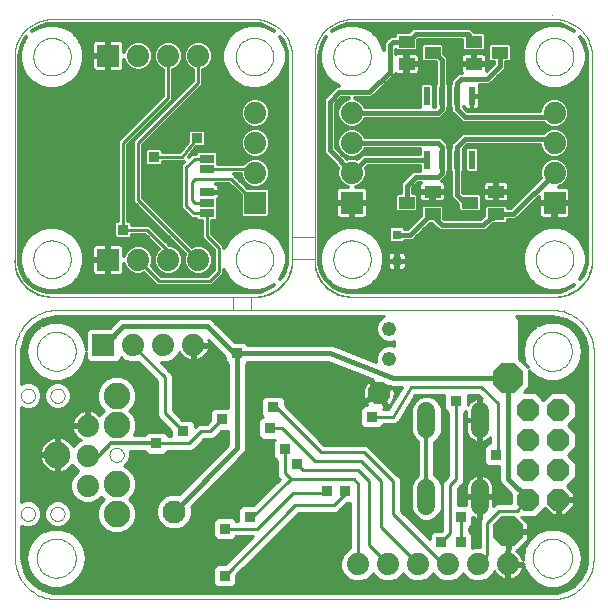
<source format=gbl>
G75*
G70*
%OFA0B0*%
%FSLAX24Y24*%
%IPPOS*%
%LPD*%
%AMOC8*
5,1,8,0,0,1.08239X$1,22.5*
%
%ADD10C,0.0000*%
%ADD11C,0.0000*%
%ADD12C,0.0886*%
%ADD13OC8,0.0740*%
%ADD14C,0.0768*%
%ADD15C,0.0480*%
%ADD16R,0.0740X0.0740*%
%ADD17C,0.0740*%
%ADD18C,0.0591*%
%ADD19OC8,0.1000*%
%ADD20C,0.0120*%
%ADD21R,0.0356X0.0356*%
%ADD22C,0.0100*%
%ADD23C,0.0160*%
%ADD24C,0.0000*%
%ADD25R,0.0500X0.0250*%
%ADD26R,0.0740X0.0740*%
%ADD27C,0.0740*%
%ADD28R,0.0356X0.0356*%
%ADD29C,0.0120*%
%ADD30C,0.0100*%
%ADD31C,0.0000*%
%ADD32R,0.0740X0.0740*%
%ADD33C,0.0740*%
%ADD34R,0.0236X0.0610*%
%ADD35R,0.0551X0.0394*%
%ADD36R,0.0315X0.0315*%
%ADD37C,0.0120*%
%ADD38R,0.0356X0.0356*%
%ADD39C,0.0160*%
D10*
X001489Y001583D02*
X001492Y001583D01*
X018027Y001583D01*
X018030Y001583D01*
X018027Y001583D02*
X018099Y001585D01*
X018171Y001591D01*
X018243Y001600D01*
X018314Y001613D01*
X018384Y001630D01*
X018453Y001650D01*
X018521Y001675D01*
X018587Y001702D01*
X018653Y001733D01*
X018716Y001768D01*
X018778Y001805D01*
X018837Y001846D01*
X018894Y001890D01*
X018949Y001937D01*
X019001Y001987D01*
X019051Y002039D01*
X019098Y002094D01*
X019142Y002151D01*
X019183Y002210D01*
X019220Y002272D01*
X019255Y002335D01*
X019286Y002401D01*
X019313Y002467D01*
X019338Y002535D01*
X019358Y002604D01*
X019375Y002674D01*
X019388Y002745D01*
X019397Y002817D01*
X019403Y002889D01*
X019405Y002961D01*
X019405Y009851D01*
X019403Y009923D01*
X019397Y009995D01*
X019388Y010067D01*
X019375Y010138D01*
X019358Y010208D01*
X019338Y010277D01*
X019313Y010345D01*
X019286Y010411D01*
X019255Y010477D01*
X019220Y010540D01*
X019183Y010602D01*
X019142Y010661D01*
X019098Y010718D01*
X019051Y010773D01*
X019001Y010825D01*
X018949Y010875D01*
X018894Y010922D01*
X018837Y010966D01*
X018778Y011007D01*
X018716Y011044D01*
X018653Y011079D01*
X018587Y011110D01*
X018521Y011137D01*
X018453Y011162D01*
X018384Y011182D01*
X018314Y011199D01*
X018243Y011212D01*
X018171Y011221D01*
X018099Y011227D01*
X018027Y011229D01*
X007988Y011229D01*
X007988Y011672D01*
X008100Y011672D01*
X007397Y011672D02*
X007397Y011229D01*
X001492Y011229D01*
X001489Y011229D01*
X001350Y011672D02*
X007397Y011672D01*
X008100Y011672D02*
X008166Y011670D01*
X008232Y011672D01*
X008298Y011678D01*
X008364Y011687D01*
X008429Y011700D01*
X008494Y011717D01*
X008557Y011737D01*
X008619Y011761D01*
X008679Y011788D01*
X008738Y011819D01*
X008796Y011853D01*
X008851Y011890D01*
X008904Y011930D01*
X008954Y011973D01*
X009003Y012018D01*
X009048Y012067D01*
X009091Y012117D01*
X009131Y012170D01*
X009168Y012225D01*
X009202Y012283D01*
X009233Y012342D01*
X009260Y012402D01*
X009284Y012464D01*
X009304Y012527D01*
X009321Y012592D01*
X009334Y012657D01*
X009343Y012723D01*
X009349Y012789D01*
X009351Y012855D01*
X009349Y012921D01*
X009350Y012922D02*
X010100Y012922D01*
X010100Y013672D02*
X010100Y019672D01*
X009350Y019672D02*
X009350Y013672D01*
X010100Y013672D01*
X010100Y012922D02*
X010102Y012854D01*
X010107Y012787D01*
X010116Y012720D01*
X010129Y012653D01*
X010146Y012588D01*
X010165Y012523D01*
X010189Y012459D01*
X010216Y012397D01*
X010246Y012336D01*
X010279Y012278D01*
X010315Y012221D01*
X010355Y012166D01*
X010397Y012113D01*
X010443Y012062D01*
X010490Y012015D01*
X010541Y011969D01*
X010594Y011927D01*
X010649Y011887D01*
X010706Y011851D01*
X010764Y011818D01*
X010825Y011788D01*
X010887Y011761D01*
X010951Y011737D01*
X011016Y011718D01*
X011081Y011701D01*
X011148Y011688D01*
X011215Y011679D01*
X011282Y011674D01*
X011350Y011672D01*
X018100Y011672D01*
X018421Y011229D02*
X018424Y011229D01*
X018100Y011672D02*
X018166Y011670D01*
X018232Y011672D01*
X018298Y011678D01*
X018364Y011687D01*
X018429Y011700D01*
X018494Y011717D01*
X018557Y011737D01*
X018619Y011761D01*
X018679Y011788D01*
X018738Y011819D01*
X018796Y011853D01*
X018851Y011890D01*
X018904Y011930D01*
X018954Y011973D01*
X019003Y012018D01*
X019048Y012067D01*
X019091Y012117D01*
X019131Y012170D01*
X019168Y012225D01*
X019202Y012283D01*
X019233Y012342D01*
X019260Y012402D01*
X019284Y012464D01*
X019304Y012527D01*
X019321Y012592D01*
X019334Y012657D01*
X019343Y012723D01*
X019349Y012789D01*
X019351Y012855D01*
X019349Y012921D01*
X019350Y012922D02*
X019350Y019672D01*
X019348Y019740D01*
X019343Y019807D01*
X019334Y019874D01*
X019321Y019941D01*
X019304Y020006D01*
X019285Y020071D01*
X019261Y020135D01*
X019234Y020197D01*
X019204Y020258D01*
X019171Y020316D01*
X019135Y020373D01*
X019095Y020428D01*
X019053Y020481D01*
X019007Y020532D01*
X018960Y020579D01*
X018909Y020625D01*
X018856Y020667D01*
X018801Y020707D01*
X018744Y020743D01*
X018686Y020776D01*
X018625Y020806D01*
X018563Y020833D01*
X018499Y020857D01*
X018434Y020876D01*
X018369Y020893D01*
X018302Y020906D01*
X018235Y020915D01*
X018168Y020920D01*
X018100Y020922D01*
X018137Y020922D02*
X011350Y020922D01*
X011282Y020920D01*
X011215Y020915D01*
X011148Y020906D01*
X011081Y020893D01*
X011016Y020876D01*
X010951Y020857D01*
X010887Y020833D01*
X010825Y020806D01*
X010764Y020776D01*
X010706Y020743D01*
X010649Y020707D01*
X010594Y020667D01*
X010541Y020625D01*
X010490Y020579D01*
X010443Y020532D01*
X010397Y020481D01*
X010355Y020428D01*
X010315Y020373D01*
X010279Y020316D01*
X010246Y020258D01*
X010216Y020197D01*
X010189Y020135D01*
X010165Y020071D01*
X010146Y020006D01*
X010129Y019941D01*
X010116Y019874D01*
X010107Y019807D01*
X010102Y019740D01*
X010100Y019672D01*
X009350Y019672D02*
X009348Y019740D01*
X009343Y019807D01*
X009334Y019874D01*
X009321Y019941D01*
X009304Y020006D01*
X009285Y020071D01*
X009261Y020135D01*
X009234Y020197D01*
X009204Y020258D01*
X009171Y020316D01*
X009135Y020373D01*
X009095Y020428D01*
X009053Y020481D01*
X009007Y020532D01*
X008960Y020579D01*
X008909Y020625D01*
X008856Y020667D01*
X008801Y020707D01*
X008744Y020743D01*
X008686Y020776D01*
X008625Y020806D01*
X008563Y020833D01*
X008499Y020857D01*
X008434Y020876D01*
X008369Y020893D01*
X008302Y020906D01*
X008235Y020915D01*
X008168Y020920D01*
X008100Y020922D01*
X001350Y020922D01*
X001282Y020920D01*
X001215Y020915D01*
X001148Y020906D01*
X001081Y020893D01*
X001016Y020876D01*
X000951Y020857D01*
X000887Y020833D01*
X000825Y020806D01*
X000764Y020776D01*
X000706Y020743D01*
X000649Y020707D01*
X000594Y020667D01*
X000541Y020625D01*
X000490Y020579D01*
X000443Y020532D01*
X000397Y020481D01*
X000355Y020428D01*
X000315Y020373D01*
X000279Y020316D01*
X000246Y020258D01*
X000216Y020197D01*
X000189Y020135D01*
X000165Y020071D01*
X000146Y020006D01*
X000129Y019941D01*
X000116Y019874D01*
X000107Y019807D01*
X000102Y019740D01*
X000100Y019672D01*
X000100Y012922D01*
X000102Y012854D01*
X000107Y012787D01*
X000116Y012720D01*
X000129Y012653D01*
X000146Y012588D01*
X000165Y012523D01*
X000189Y012459D01*
X000216Y012397D01*
X000246Y012336D01*
X000279Y012278D01*
X000315Y012221D01*
X000355Y012166D01*
X000397Y012113D01*
X000443Y012062D01*
X000490Y012015D01*
X000541Y011969D01*
X000594Y011927D01*
X000649Y011887D01*
X000706Y011851D01*
X000764Y011818D01*
X000825Y011788D01*
X000887Y011761D01*
X000951Y011737D01*
X001016Y011718D01*
X001081Y011701D01*
X001148Y011688D01*
X001215Y011679D01*
X001282Y011674D01*
X001350Y011672D01*
X001492Y011229D02*
X001420Y011227D01*
X001348Y011221D01*
X001276Y011212D01*
X001205Y011199D01*
X001135Y011182D01*
X001066Y011162D01*
X000998Y011137D01*
X000932Y011110D01*
X000866Y011079D01*
X000803Y011044D01*
X000741Y011007D01*
X000682Y010966D01*
X000625Y010922D01*
X000570Y010875D01*
X000518Y010825D01*
X000468Y010773D01*
X000421Y010718D01*
X000377Y010661D01*
X000336Y010602D01*
X000299Y010540D01*
X000264Y010477D01*
X000233Y010411D01*
X000206Y010345D01*
X000181Y010277D01*
X000161Y010208D01*
X000144Y010138D01*
X000131Y010067D01*
X000122Y009995D01*
X000116Y009923D01*
X000114Y009851D01*
X000114Y009854D01*
X000114Y009851D02*
X000114Y003001D01*
X000114Y002958D01*
X000113Y003001D02*
X000114Y002928D01*
X000119Y002854D01*
X000127Y002782D01*
X000140Y002710D01*
X000156Y002638D01*
X000175Y002568D01*
X000199Y002498D01*
X000226Y002430D01*
X000257Y002364D01*
X000291Y002299D01*
X000328Y002236D01*
X000369Y002175D01*
X000412Y002117D01*
X000459Y002060D01*
X000509Y002006D01*
X000561Y001955D01*
X000616Y001907D01*
X000673Y001862D01*
X000733Y001819D01*
X000795Y001780D01*
X000859Y001744D01*
X000924Y001712D01*
X000992Y001683D01*
X001060Y001658D01*
X001130Y001636D01*
X001201Y001618D01*
X001273Y001603D01*
X001345Y001593D01*
X001418Y001586D01*
X001491Y001583D01*
X018027Y021072D02*
X018030Y021072D01*
D11*
X1489Y1583D02*
X1492Y1583D01*
X18027Y1583D01*
X18030Y1583D01*
X17380Y2958D02*
X17382Y3008D01*
X17388Y3058D01*
X17398Y3108D01*
X17411Y3156D01*
X17428Y3204D01*
X17449Y3250D01*
X17473Y3294D01*
X17501Y3336D01*
X17532Y3376D01*
X17566Y3413D01*
X17603Y3448D01*
X17642Y3479D01*
X17683Y3508D01*
X17727Y3533D01*
X17773Y3555D01*
X17820Y3573D01*
X17868Y3587D01*
X17917Y3598D01*
X17967Y3605D01*
X18017Y3608D01*
X18068Y3607D01*
X18118Y3602D01*
X18168Y3593D01*
X18216Y3581D01*
X18264Y3564D01*
X18310Y3544D01*
X18355Y3521D01*
X18398Y3494D01*
X18438Y3464D01*
X18476Y3431D01*
X18511Y3395D01*
X18544Y3356D01*
X18573Y3315D01*
X18599Y3272D01*
X18622Y3227D01*
X18641Y3180D01*
X18656Y3132D01*
X18668Y3083D01*
X18676Y3033D01*
X18680Y2983D01*
X18680Y2933D01*
X18676Y2883D01*
X18668Y2833D01*
X18656Y2784D01*
X18641Y2736D01*
X18622Y2689D01*
X18599Y2644D01*
X18573Y2601D01*
X18544Y2560D01*
X18511Y2521D01*
X18476Y2485D01*
X18438Y2452D01*
X18398Y2422D01*
X18355Y2395D01*
X18310Y2372D01*
X18264Y2352D01*
X18216Y2335D01*
X18168Y2323D01*
X18118Y2314D01*
X18068Y2309D01*
X18017Y2308D01*
X17967Y2311D01*
X17917Y2318D01*
X17868Y2329D01*
X17820Y2343D01*
X17773Y2361D01*
X17727Y2383D01*
X17683Y2408D01*
X17642Y2437D01*
X17603Y2468D01*
X17566Y2503D01*
X17532Y2540D01*
X17501Y2580D01*
X17473Y2622D01*
X17449Y2666D01*
X17428Y2712D01*
X17411Y2760D01*
X17398Y2808D01*
X17388Y2858D01*
X17382Y2908D01*
X17380Y2958D01*
X18027Y1583D02*
X18099Y1585D01*
X18171Y1591D01*
X18243Y1600D01*
X18314Y1613D01*
X18384Y1630D01*
X18453Y1650D01*
X18521Y1675D01*
X18587Y1702D01*
X18653Y1733D01*
X18716Y1768D01*
X18778Y1805D01*
X18837Y1846D01*
X18894Y1890D01*
X18949Y1937D01*
X19001Y1987D01*
X19051Y2039D01*
X19098Y2094D01*
X19142Y2151D01*
X19183Y2210D01*
X19220Y2272D01*
X19255Y2335D01*
X19286Y2401D01*
X19313Y2467D01*
X19338Y2535D01*
X19358Y2604D01*
X19375Y2674D01*
X19388Y2745D01*
X19397Y2817D01*
X19403Y2889D01*
X19405Y2961D01*
X19405Y9851D01*
X17377Y9851D02*
X17379Y9901D01*
X17385Y9951D01*
X17395Y10001D01*
X17408Y10049D01*
X17425Y10097D01*
X17446Y10143D01*
X17470Y10187D01*
X17498Y10229D01*
X17529Y10269D01*
X17563Y10306D01*
X17600Y10341D01*
X17639Y10372D01*
X17680Y10401D01*
X17724Y10426D01*
X17770Y10448D01*
X17817Y10466D01*
X17865Y10480D01*
X17914Y10491D01*
X17964Y10498D01*
X18014Y10501D01*
X18065Y10500D01*
X18115Y10495D01*
X18165Y10486D01*
X18213Y10474D01*
X18261Y10457D01*
X18307Y10437D01*
X18352Y10414D01*
X18395Y10387D01*
X18435Y10357D01*
X18473Y10324D01*
X18508Y10288D01*
X18541Y10249D01*
X18570Y10208D01*
X18596Y10165D01*
X18619Y10120D01*
X18638Y10073D01*
X18653Y10025D01*
X18665Y9976D01*
X18673Y9926D01*
X18677Y9876D01*
X18677Y9826D01*
X18673Y9776D01*
X18665Y9726D01*
X18653Y9677D01*
X18638Y9629D01*
X18619Y9582D01*
X18596Y9537D01*
X18570Y9494D01*
X18541Y9453D01*
X18508Y9414D01*
X18473Y9378D01*
X18435Y9345D01*
X18395Y9315D01*
X18352Y9288D01*
X18307Y9265D01*
X18261Y9245D01*
X18213Y9228D01*
X18165Y9216D01*
X18115Y9207D01*
X18065Y9202D01*
X18014Y9201D01*
X17964Y9204D01*
X17914Y9211D01*
X17865Y9222D01*
X17817Y9236D01*
X17770Y9254D01*
X17724Y9276D01*
X17680Y9301D01*
X17639Y9330D01*
X17600Y9361D01*
X17563Y9396D01*
X17529Y9433D01*
X17498Y9473D01*
X17470Y9515D01*
X17446Y9559D01*
X17425Y9605D01*
X17408Y9653D01*
X17395Y9701D01*
X17385Y9751D01*
X17379Y9801D01*
X17377Y9851D01*
X18027Y11229D02*
X18099Y11227D01*
X18171Y11221D01*
X18243Y11212D01*
X18314Y11199D01*
X18384Y11182D01*
X18453Y11162D01*
X18521Y11137D01*
X18587Y11110D01*
X18653Y11079D01*
X18716Y11044D01*
X18778Y11007D01*
X18837Y10966D01*
X18894Y10922D01*
X18949Y10875D01*
X19001Y10825D01*
X19051Y10773D01*
X19098Y10718D01*
X19142Y10661D01*
X19183Y10602D01*
X19220Y10540D01*
X19255Y10477D01*
X19286Y10411D01*
X19313Y10345D01*
X19338Y10277D01*
X19358Y10208D01*
X19375Y10138D01*
X19388Y10067D01*
X19397Y9995D01*
X19403Y9923D01*
X19405Y9851D01*
X18027Y11229D02*
X1492Y11229D01*
X839Y9854D02*
X841Y9904D01*
X847Y9954D01*
X857Y10004D01*
X870Y10052D01*
X887Y10100D01*
X908Y10146D01*
X932Y10190D01*
X960Y10232D01*
X991Y10272D01*
X1025Y10309D01*
X1062Y10344D01*
X1101Y10375D01*
X1142Y10404D01*
X1186Y10429D01*
X1232Y10451D01*
X1279Y10469D01*
X1327Y10483D01*
X1376Y10494D01*
X1426Y10501D01*
X1476Y10504D01*
X1527Y10503D01*
X1577Y10498D01*
X1627Y10489D01*
X1675Y10477D01*
X1723Y10460D01*
X1769Y10440D01*
X1814Y10417D01*
X1857Y10390D01*
X1897Y10360D01*
X1935Y10327D01*
X1970Y10291D01*
X2003Y10252D01*
X2032Y10211D01*
X2058Y10168D01*
X2081Y10123D01*
X2100Y10076D01*
X2115Y10028D01*
X2127Y9979D01*
X2135Y9929D01*
X2139Y9879D01*
X2139Y9829D01*
X2135Y9779D01*
X2127Y9729D01*
X2115Y9680D01*
X2100Y9632D01*
X2081Y9585D01*
X2058Y9540D01*
X2032Y9497D01*
X2003Y9456D01*
X1970Y9417D01*
X1935Y9381D01*
X1897Y9348D01*
X1857Y9318D01*
X1814Y9291D01*
X1769Y9268D01*
X1723Y9248D01*
X1675Y9231D01*
X1627Y9219D01*
X1577Y9210D01*
X1527Y9205D01*
X1476Y9204D01*
X1426Y9207D01*
X1376Y9214D01*
X1327Y9225D01*
X1279Y9239D01*
X1232Y9257D01*
X1186Y9279D01*
X1142Y9304D01*
X1101Y9333D01*
X1062Y9364D01*
X1025Y9399D01*
X991Y9436D01*
X960Y9476D01*
X932Y9518D01*
X908Y9562D01*
X887Y9608D01*
X870Y9656D01*
X857Y9704D01*
X847Y9754D01*
X841Y9804D01*
X839Y9854D01*
X114Y9851D02*
X116Y9923D01*
X122Y9995D01*
X131Y10067D01*
X144Y10138D01*
X161Y10208D01*
X181Y10277D01*
X206Y10345D01*
X233Y10411D01*
X264Y10477D01*
X299Y10540D01*
X336Y10602D01*
X377Y10661D01*
X421Y10718D01*
X468Y10773D01*
X518Y10825D01*
X570Y10875D01*
X625Y10922D01*
X682Y10966D01*
X741Y11007D01*
X803Y11044D01*
X866Y11079D01*
X932Y11110D01*
X998Y11137D01*
X1066Y11162D01*
X1135Y11182D01*
X1205Y11199D01*
X1276Y11212D01*
X1348Y11221D01*
X1420Y11227D01*
X1492Y11229D01*
X114Y9854D02*
X114Y9851D01*
X114Y3001D01*
X114Y2958D01*
X839Y2958D02*
X841Y3008D01*
X847Y3058D01*
X857Y3108D01*
X870Y3156D01*
X887Y3204D01*
X908Y3250D01*
X932Y3294D01*
X960Y3336D01*
X991Y3376D01*
X1025Y3413D01*
X1062Y3448D01*
X1101Y3479D01*
X1142Y3508D01*
X1186Y3533D01*
X1232Y3555D01*
X1279Y3573D01*
X1327Y3587D01*
X1376Y3598D01*
X1426Y3605D01*
X1476Y3608D01*
X1527Y3607D01*
X1577Y3602D01*
X1627Y3593D01*
X1675Y3581D01*
X1723Y3564D01*
X1769Y3544D01*
X1814Y3521D01*
X1857Y3494D01*
X1897Y3464D01*
X1935Y3431D01*
X1970Y3395D01*
X2003Y3356D01*
X2032Y3315D01*
X2058Y3272D01*
X2081Y3227D01*
X2100Y3180D01*
X2115Y3132D01*
X2127Y3083D01*
X2135Y3033D01*
X2139Y2983D01*
X2139Y2933D01*
X2135Y2883D01*
X2127Y2833D01*
X2115Y2784D01*
X2100Y2736D01*
X2081Y2689D01*
X2058Y2644D01*
X2032Y2601D01*
X2003Y2560D01*
X1970Y2521D01*
X1935Y2485D01*
X1897Y2452D01*
X1857Y2422D01*
X1814Y2395D01*
X1769Y2372D01*
X1723Y2352D01*
X1675Y2335D01*
X1627Y2323D01*
X1577Y2314D01*
X1527Y2309D01*
X1476Y2308D01*
X1426Y2311D01*
X1376Y2318D01*
X1327Y2329D01*
X1279Y2343D01*
X1232Y2361D01*
X1186Y2383D01*
X1142Y2408D01*
X1101Y2437D01*
X1062Y2468D01*
X1025Y2503D01*
X991Y2540D01*
X960Y2580D01*
X932Y2622D01*
X908Y2666D01*
X887Y2712D01*
X870Y2760D01*
X857Y2808D01*
X847Y2858D01*
X841Y2908D01*
X839Y2958D01*
X113Y3001D02*
X114Y2928D01*
X119Y2854D01*
X127Y2782D01*
X140Y2710D01*
X156Y2638D01*
X175Y2568D01*
X199Y2498D01*
X226Y2430D01*
X257Y2364D01*
X291Y2299D01*
X328Y2236D01*
X369Y2175D01*
X412Y2117D01*
X459Y2060D01*
X509Y2006D01*
X561Y1955D01*
X616Y1907D01*
X673Y1862D01*
X733Y1819D01*
X795Y1780D01*
X859Y1744D01*
X924Y1712D01*
X992Y1683D01*
X1060Y1658D01*
X1130Y1636D01*
X1201Y1618D01*
X1273Y1603D01*
X1345Y1593D01*
X1418Y1586D01*
X1491Y1583D01*
X1295Y4434D02*
X1297Y4464D01*
X1303Y4494D01*
X1312Y4523D01*
X1325Y4550D01*
X1342Y4575D01*
X1361Y4598D01*
X1384Y4619D01*
X1409Y4636D01*
X1435Y4650D01*
X1464Y4660D01*
X1493Y4667D01*
X1523Y4670D01*
X1554Y4669D01*
X1584Y4664D01*
X1613Y4655D01*
X1640Y4643D01*
X1666Y4628D01*
X1690Y4609D01*
X1711Y4587D01*
X1729Y4563D01*
X1744Y4536D01*
X1755Y4508D01*
X1763Y4479D01*
X1767Y4449D01*
X1767Y4419D01*
X1763Y4389D01*
X1755Y4360D01*
X1744Y4332D01*
X1729Y4305D01*
X1711Y4281D01*
X1690Y4259D01*
X1666Y4240D01*
X1640Y4225D01*
X1613Y4213D01*
X1584Y4204D01*
X1554Y4199D01*
X1523Y4198D01*
X1493Y4201D01*
X1464Y4208D01*
X1435Y4218D01*
X1409Y4232D01*
X1384Y4249D01*
X1361Y4270D01*
X1342Y4293D01*
X1325Y4318D01*
X1312Y4345D01*
X1303Y4374D01*
X1297Y4404D01*
X1295Y4434D01*
X311Y4434D02*
X313Y4464D01*
X319Y4494D01*
X328Y4523D01*
X341Y4550D01*
X358Y4575D01*
X377Y4598D01*
X400Y4619D01*
X425Y4636D01*
X451Y4650D01*
X480Y4660D01*
X509Y4667D01*
X539Y4670D01*
X570Y4669D01*
X600Y4664D01*
X629Y4655D01*
X656Y4643D01*
X682Y4628D01*
X706Y4609D01*
X727Y4587D01*
X745Y4563D01*
X760Y4536D01*
X771Y4508D01*
X779Y4479D01*
X783Y4449D01*
X783Y4419D01*
X779Y4389D01*
X771Y4360D01*
X760Y4332D01*
X745Y4305D01*
X727Y4281D01*
X706Y4259D01*
X682Y4240D01*
X656Y4225D01*
X629Y4213D01*
X600Y4204D01*
X570Y4199D01*
X539Y4198D01*
X509Y4201D01*
X480Y4208D01*
X451Y4218D01*
X425Y4232D01*
X400Y4249D01*
X377Y4270D01*
X358Y4293D01*
X341Y4318D01*
X328Y4345D01*
X319Y4374D01*
X313Y4404D01*
X311Y4434D01*
X3264Y6402D02*
X3266Y6432D01*
X3272Y6462D01*
X3281Y6491D01*
X3294Y6518D01*
X3311Y6543D01*
X3330Y6566D01*
X3353Y6587D01*
X3378Y6604D01*
X3404Y6618D01*
X3433Y6628D01*
X3462Y6635D01*
X3492Y6638D01*
X3523Y6637D01*
X3553Y6632D01*
X3582Y6623D01*
X3609Y6611D01*
X3635Y6596D01*
X3659Y6577D01*
X3680Y6555D01*
X3698Y6531D01*
X3713Y6504D01*
X3724Y6476D01*
X3732Y6447D01*
X3736Y6417D01*
X3736Y6387D01*
X3732Y6357D01*
X3724Y6328D01*
X3713Y6300D01*
X3698Y6273D01*
X3680Y6249D01*
X3659Y6227D01*
X3635Y6208D01*
X3609Y6193D01*
X3582Y6181D01*
X3553Y6172D01*
X3523Y6167D01*
X3492Y6166D01*
X3462Y6169D01*
X3433Y6176D01*
X3404Y6186D01*
X3378Y6200D01*
X3353Y6217D01*
X3330Y6238D01*
X3311Y6261D01*
X3294Y6286D01*
X3281Y6313D01*
X3272Y6342D01*
X3266Y6372D01*
X3264Y6402D01*
X1295Y8371D02*
X1297Y8401D01*
X1303Y8431D01*
X1312Y8460D01*
X1325Y8487D01*
X1342Y8512D01*
X1361Y8535D01*
X1384Y8556D01*
X1409Y8573D01*
X1435Y8587D01*
X1464Y8597D01*
X1493Y8604D01*
X1523Y8607D01*
X1554Y8606D01*
X1584Y8601D01*
X1613Y8592D01*
X1640Y8580D01*
X1666Y8565D01*
X1690Y8546D01*
X1711Y8524D01*
X1729Y8500D01*
X1744Y8473D01*
X1755Y8445D01*
X1763Y8416D01*
X1767Y8386D01*
X1767Y8356D01*
X1763Y8326D01*
X1755Y8297D01*
X1744Y8269D01*
X1729Y8242D01*
X1711Y8218D01*
X1690Y8196D01*
X1666Y8177D01*
X1640Y8162D01*
X1613Y8150D01*
X1584Y8141D01*
X1554Y8136D01*
X1523Y8135D01*
X1493Y8138D01*
X1464Y8145D01*
X1435Y8155D01*
X1409Y8169D01*
X1384Y8186D01*
X1361Y8207D01*
X1342Y8230D01*
X1325Y8255D01*
X1312Y8282D01*
X1303Y8311D01*
X1297Y8341D01*
X1295Y8371D01*
X311Y8371D02*
X313Y8401D01*
X319Y8431D01*
X328Y8460D01*
X341Y8487D01*
X358Y8512D01*
X377Y8535D01*
X400Y8556D01*
X425Y8573D01*
X451Y8587D01*
X480Y8597D01*
X509Y8604D01*
X539Y8607D01*
X570Y8606D01*
X600Y8601D01*
X629Y8592D01*
X656Y8580D01*
X682Y8565D01*
X706Y8546D01*
X727Y8524D01*
X745Y8500D01*
X760Y8473D01*
X771Y8445D01*
X779Y8416D01*
X783Y8386D01*
X783Y8356D01*
X779Y8326D01*
X771Y8297D01*
X760Y8269D01*
X745Y8242D01*
X727Y8218D01*
X706Y8196D01*
X682Y8177D01*
X656Y8162D01*
X629Y8150D01*
X600Y8141D01*
X570Y8136D01*
X539Y8135D01*
X509Y8138D01*
X480Y8145D01*
X451Y8155D01*
X425Y8169D01*
X400Y8186D01*
X377Y8207D01*
X358Y8230D01*
X341Y8255D01*
X328Y8282D01*
X319Y8311D01*
X313Y8341D01*
X311Y8371D01*
D12*
X3500Y8371D03*
X3500Y7386D03*
X1531Y6402D03*
X3500Y5418D03*
X3500Y4434D03*
D13*
X17228Y4899D03*
X18228Y4899D03*
X18228Y5899D03*
X17228Y5899D03*
X17228Y6899D03*
X18228Y6899D03*
X18228Y7899D03*
X17228Y7899D03*
D14*
X12233Y8449D03*
X5414Y4512D03*
D15*
X12592Y9612D03*
X12592Y10612D03*
D16*
X3058Y10062D03*
D17*
X4058Y10062D03*
X5058Y10062D03*
X6058Y10062D03*
X2534Y7373D03*
X2534Y6373D03*
X2534Y5373D03*
X11545Y2759D03*
X12545Y2759D03*
X13545Y2759D03*
X14545Y2759D03*
X15545Y2759D03*
X16545Y2759D03*
D18*
X15600Y4708D02*
X15600Y5299D01*
X13828Y5299D02*
X13828Y4708D01*
X13828Y7267D02*
X13828Y7858D01*
X15600Y7858D02*
X15600Y7267D01*
D19*
X16551Y8965D03*
X16551Y3847D03*
D20*
X15614Y4989D02*
X15600Y5004D01*
X13828Y5004D02*
X13828Y7563D01*
X4814Y6783D02*
X3314Y6783D01*
X2904Y6373D01*
X2534Y6373D01*
D21*
X4814Y6783D03*
X5714Y7183D03*
X6564Y6783D03*
X7014Y7583D03*
X8614Y7283D03*
X9114Y6583D03*
X9514Y6083D03*
X10514Y5183D03*
X11114Y5183D03*
X12651Y6289D03*
X12309Y7086D03*
X12007Y7677D03*
X10964Y7933D03*
X9514Y7983D03*
X8714Y7983D03*
X7517Y9780D03*
X9514Y10633D03*
X12114Y10078D03*
X14814Y8183D03*
X14414Y6833D03*
X15598Y6418D03*
X16136Y6407D03*
X14214Y5883D03*
X16484Y4941D03*
X17370Y4154D03*
X15500Y3465D03*
X14968Y3485D03*
X14320Y3483D03*
X14976Y4339D03*
X11137Y3453D03*
X8468Y3112D03*
X7102Y2371D03*
X7102Y3945D03*
X7941Y4339D03*
X7939Y4880D03*
X6614Y4733D03*
X2301Y4396D03*
X1014Y4883D03*
X1014Y7883D03*
X17370Y8682D03*
D22*
X1041Y1890D02*
X775Y2049D01*
X559Y2271D01*
X408Y2542D01*
X332Y2842D01*
X324Y2997D01*
X324Y2999D01*
X325Y3085D01*
X324Y3086D01*
X324Y4043D01*
X458Y3987D01*
X636Y3987D01*
X800Y4055D01*
X925Y4181D01*
X993Y4345D01*
X993Y4522D01*
X925Y4686D01*
X800Y4812D01*
X636Y4880D01*
X458Y4880D01*
X324Y4824D01*
X324Y7980D01*
X458Y7924D01*
X636Y7924D01*
X800Y7992D01*
X925Y8118D01*
X993Y8282D01*
X993Y8459D01*
X925Y8623D01*
X800Y8749D01*
X636Y8817D01*
X458Y8817D01*
X324Y8761D01*
X324Y9851D01*
X334Y10003D01*
X413Y10298D01*
X565Y10562D01*
X781Y10778D01*
X1045Y10930D01*
X1339Y11009D01*
X1492Y11019D01*
X12399Y11019D01*
X12337Y10993D01*
X12211Y10867D01*
X12142Y10701D01*
X12142Y10522D01*
X12211Y10357D01*
X12337Y10230D01*
X12503Y10162D01*
X12682Y10162D01*
X12757Y10193D01*
X12757Y10031D01*
X12682Y10062D01*
X12503Y10062D01*
X12337Y9993D01*
X12211Y9867D01*
X12142Y9701D01*
X12142Y9522D01*
X12154Y9493D01*
X10710Y10049D01*
X10660Y10070D01*
X10656Y10070D01*
X10652Y10071D01*
X10598Y10070D01*
X7880Y10070D01*
X7782Y10168D01*
X7439Y10168D01*
X6762Y10845D01*
X6761Y10847D01*
X6680Y10929D01*
X6573Y10973D01*
X3774Y10973D01*
X3774Y10973D01*
X3717Y10973D01*
X3659Y10973D01*
X3658Y10973D01*
X3606Y10951D01*
X3553Y10929D01*
X3552Y10929D01*
X3512Y10888D01*
X3471Y10847D01*
X3267Y10642D01*
X2601Y10642D01*
X2478Y10519D01*
X2478Y9884D01*
X2424Y10194D01*
X2424Y10194D01*
X2251Y10494D01*
X1986Y10716D01*
X1661Y10834D01*
X1316Y10834D01*
X991Y10716D01*
X991Y10716D01*
X726Y10494D01*
X553Y10194D01*
X493Y9854D01*
X553Y9514D01*
X553Y9514D01*
X726Y9214D01*
X991Y8992D01*
X1316Y8874D01*
X1661Y8874D01*
X1986Y8992D01*
X1986Y8992D01*
X2251Y9214D01*
X2251Y9214D01*
X2251Y9214D01*
X2424Y9514D01*
X2478Y9825D01*
X2478Y9605D01*
X2601Y9482D01*
X3515Y9482D01*
X3638Y9605D01*
X3638Y9662D01*
X3730Y9571D01*
X3943Y9482D01*
X4174Y9482D01*
X4225Y9504D01*
X4854Y8875D01*
X4854Y7731D01*
X4893Y7636D01*
X5326Y7204D01*
X5326Y7043D01*
X5202Y7043D01*
X5202Y7048D01*
X5079Y7171D01*
X4549Y7171D01*
X4431Y7053D01*
X4068Y7053D01*
X4152Y7256D01*
X4152Y7516D01*
X4053Y7756D01*
X3931Y7878D01*
X4053Y8001D01*
X4152Y8241D01*
X4152Y8500D01*
X4053Y8740D01*
X3869Y8924D01*
X3629Y9024D01*
X3370Y9024D01*
X3130Y8924D01*
X2946Y8740D01*
X2847Y8500D01*
X2847Y8241D01*
X2946Y8001D01*
X3068Y7878D01*
X2946Y7756D01*
X2928Y7714D01*
X2872Y7770D01*
X2806Y7818D01*
X2733Y7855D01*
X2655Y7880D01*
X2584Y7892D01*
X2584Y7423D01*
X2484Y7423D01*
X2484Y7892D01*
X2412Y7880D01*
X2334Y7855D01*
X2261Y7818D01*
X2195Y7770D01*
X2137Y7712D01*
X2089Y7646D01*
X2052Y7573D01*
X2027Y7495D01*
X2015Y7423D01*
X2484Y7423D01*
X2484Y7323D01*
X2015Y7323D01*
X2027Y7251D01*
X2052Y7174D01*
X2089Y7101D01*
X2137Y7034D01*
X2195Y6977D01*
X2261Y6928D01*
X2305Y6906D01*
X2205Y6865D01*
X2043Y6703D01*
X2038Y6713D01*
X1983Y6788D01*
X1917Y6854D01*
X1842Y6909D01*
X1759Y6952D01*
X1670Y6980D01*
X1581Y6994D01*
X1581Y6452D01*
X1481Y6452D01*
X1481Y6352D01*
X1581Y6352D01*
X1581Y5810D01*
X1670Y5824D01*
X1759Y5853D01*
X1842Y5895D01*
X1917Y5950D01*
X1983Y6016D01*
X2071Y6016D01*
X2042Y6045D02*
X2205Y5881D01*
X2225Y5873D01*
X2205Y5865D01*
X2042Y5702D01*
X1954Y5489D01*
X1954Y5258D01*
X2042Y5045D01*
X2205Y4881D01*
X2418Y4793D01*
X2649Y4793D01*
X2862Y4881D01*
X2987Y5007D01*
X3068Y4926D01*
X2946Y4803D01*
X2847Y4563D01*
X2847Y4304D01*
X2946Y4064D01*
X3130Y3880D01*
X3370Y3781D01*
X3629Y3781D01*
X3869Y3880D01*
X4053Y4064D01*
X4152Y4304D01*
X4152Y4563D01*
X4053Y4803D01*
X3931Y4926D01*
X4053Y5048D01*
X4152Y5288D01*
X4152Y5548D01*
X4053Y5788D01*
X3869Y5971D01*
X3748Y6022D01*
X3752Y6024D01*
X3878Y6149D01*
X3946Y6313D01*
X3946Y6491D01*
X3937Y6513D01*
X4431Y6513D01*
X4549Y6395D01*
X5079Y6395D01*
X5202Y6518D01*
X5202Y6523D01*
X5965Y6523D01*
X6061Y6563D01*
X6134Y6636D01*
X6421Y6923D01*
X6665Y6923D01*
X6761Y6963D01*
X6834Y7036D01*
X6993Y7195D01*
X7227Y7195D01*
X7227Y6735D01*
X5578Y5086D01*
X5532Y5105D01*
X5295Y5105D01*
X5077Y5015D01*
X4910Y4848D01*
X4820Y4630D01*
X4820Y4393D01*
X4910Y4175D01*
X5077Y4008D01*
X5295Y3918D01*
X5532Y3918D01*
X5750Y4008D01*
X5917Y4175D01*
X6007Y4393D01*
X6007Y4630D01*
X5988Y4676D01*
X7763Y6451D01*
X7807Y6557D01*
X7807Y9417D01*
X7880Y9490D01*
X10548Y9490D01*
X12016Y8925D01*
X12251Y8517D01*
X12580Y8707D01*
X12609Y8696D01*
X12659Y8675D01*
X12663Y8675D01*
X12666Y8674D01*
X12720Y8675D01*
X13002Y8675D01*
X12557Y7937D01*
X12396Y7937D01*
X12396Y7940D01*
X12438Y7954D01*
X12455Y7963D01*
X12214Y8380D01*
X11797Y8139D01*
X11825Y8101D01*
X11861Y8065D01*
X11742Y8065D01*
X11619Y7942D01*
X11619Y7412D01*
X11742Y7289D01*
X12273Y7289D01*
X12396Y7412D01*
X12396Y7417D01*
X12684Y7417D01*
X12716Y7412D01*
X12735Y7417D01*
X12755Y7417D01*
X12785Y7429D01*
X12816Y7437D01*
X12832Y7449D01*
X12851Y7456D01*
X12874Y7479D01*
X12899Y7498D01*
X12910Y7515D01*
X12924Y7530D01*
X12936Y7559D01*
X13449Y8410D01*
X14426Y8410D01*
X14426Y7918D01*
X14549Y7795D01*
X14554Y7795D01*
X14554Y5691D01*
X14393Y5530D01*
X14354Y5435D01*
X14354Y3887D01*
X14338Y3871D01*
X14055Y3871D01*
X13932Y3748D01*
X13932Y3585D01*
X12972Y4545D01*
X12972Y5572D01*
X12933Y5667D01*
X12859Y5741D01*
X11896Y6704D01*
X11801Y6743D01*
X10421Y6743D01*
X9102Y8063D01*
X9102Y8248D01*
X8979Y8371D01*
X8449Y8371D01*
X8326Y8248D01*
X8326Y7718D01*
X8372Y7671D01*
X8349Y7671D01*
X8226Y7548D01*
X8226Y7018D01*
X8349Y6895D01*
X8772Y6895D01*
X8726Y6848D01*
X8726Y6318D01*
X8849Y6195D01*
X8854Y6195D01*
X8854Y5731D01*
X8893Y5636D01*
X8942Y5587D01*
X8048Y4727D01*
X7676Y4727D01*
X7553Y4604D01*
X7553Y4205D01*
X7490Y4205D01*
X7490Y4210D01*
X7367Y4334D01*
X6837Y4334D01*
X6714Y4210D01*
X6714Y3680D01*
X6837Y3557D01*
X7367Y3557D01*
X7490Y3680D01*
X7490Y3685D01*
X8049Y3685D01*
X7122Y2759D01*
X6837Y2759D01*
X6714Y2636D01*
X6714Y2105D01*
X6837Y1982D01*
X7367Y1982D01*
X7490Y2105D01*
X7490Y2391D01*
X9572Y4473D01*
X10795Y4473D01*
X10891Y4512D01*
X10964Y4586D01*
X11174Y4795D01*
X11293Y4795D01*
X11293Y3283D01*
X11217Y3251D01*
X11054Y3088D01*
X10965Y2875D01*
X10965Y2644D01*
X11054Y2431D01*
X11217Y2268D01*
X11430Y2179D01*
X11661Y2179D01*
X11874Y2268D01*
X12037Y2431D01*
X12045Y2451D01*
X12054Y2431D01*
X12217Y2268D01*
X12430Y2179D01*
X12661Y2179D01*
X12874Y2268D01*
X13037Y2431D01*
X13045Y2451D01*
X13054Y2431D01*
X13217Y2268D01*
X13430Y2179D01*
X13661Y2179D01*
X13874Y2268D01*
X14037Y2431D01*
X14045Y2451D01*
X14054Y2431D01*
X14217Y2268D01*
X14430Y2179D01*
X14661Y2179D01*
X14874Y2268D01*
X15037Y2431D01*
X15045Y2451D01*
X15054Y2431D01*
X15217Y2268D01*
X15430Y2179D01*
X15661Y2179D01*
X15874Y2268D01*
X16037Y2431D01*
X16078Y2530D01*
X16101Y2487D01*
X16149Y2420D01*
X16207Y2363D01*
X16273Y2315D01*
X16346Y2277D01*
X16424Y2252D01*
X16495Y2241D01*
X16495Y2709D01*
X16595Y2709D01*
X16595Y2241D01*
X16667Y2252D01*
X16745Y2277D01*
X16818Y2315D01*
X16884Y2363D01*
X16942Y2420D01*
X16990Y2487D01*
X17027Y2560D01*
X17053Y2637D01*
X17064Y2709D01*
X16595Y2709D01*
X16595Y2809D01*
X16495Y2809D01*
X16495Y3197D01*
X16501Y3197D01*
X16501Y3797D01*
X16601Y3797D01*
X16601Y3897D01*
X17201Y3897D01*
X17201Y4116D01*
X16998Y4319D01*
X17468Y4319D01*
X17770Y4622D01*
X18013Y4379D01*
X18178Y4379D01*
X18178Y4849D01*
X18278Y4849D01*
X18278Y4379D01*
X18443Y4379D01*
X18748Y4684D01*
X18748Y4849D01*
X18278Y4849D01*
X18278Y4949D01*
X18748Y4949D01*
X18748Y5115D01*
X18506Y5357D01*
X18808Y5659D01*
X18808Y6140D01*
X18548Y6399D01*
X18808Y6659D01*
X18808Y7140D01*
X18548Y7399D01*
X18808Y7659D01*
X18808Y8140D01*
X18468Y8479D01*
X17988Y8479D01*
X17728Y8220D01*
X17468Y8479D01*
X17069Y8479D01*
X17261Y8671D01*
X17261Y9218D01*
X17265Y9211D01*
X17530Y8989D01*
X17854Y8871D01*
X18200Y8871D01*
X18525Y8989D01*
X18789Y9211D01*
X18789Y9211D01*
X18789Y9211D01*
X18962Y9511D01*
X19022Y9851D01*
X18962Y10191D01*
X18789Y10491D01*
X18525Y10713D01*
X18525Y10713D01*
X18200Y10831D01*
X17854Y10831D01*
X17530Y10713D01*
X17530Y10713D01*
X17265Y10491D01*
X17265Y10491D01*
X17265Y10491D01*
X17092Y10191D01*
X17032Y9851D01*
X17032Y9851D01*
X17092Y9511D01*
X17092Y9511D01*
X17205Y9315D01*
X16927Y9593D01*
X16927Y10917D01*
X16825Y11019D01*
X18027Y11019D01*
X18180Y11009D01*
X18474Y10930D01*
X18738Y10778D01*
X18954Y10562D01*
X19106Y10298D01*
X19185Y10003D01*
X19195Y9851D01*
X19195Y2961D01*
X19185Y2809D01*
X19106Y2514D01*
X18954Y2250D01*
X18738Y2035D01*
X18474Y1882D01*
X18180Y1803D01*
X18027Y1793D01*
X1494Y1793D01*
X1340Y1806D01*
X1041Y1890D01*
X1081Y1879D02*
X18461Y1879D01*
X18639Y1977D02*
X895Y1977D01*
X991Y2096D02*
X991Y2096D01*
X1316Y1978D01*
X1439Y1978D01*
X1661Y1978D01*
X1986Y2096D01*
X1986Y2096D01*
X2251Y2318D01*
X2251Y2318D01*
X2424Y2618D01*
X2484Y2958D01*
X2424Y3298D01*
X2424Y3298D01*
X2251Y3598D01*
X1986Y3820D01*
X1661Y3938D01*
X1316Y3938D01*
X991Y3820D01*
X991Y3820D01*
X726Y3598D01*
X726Y3598D01*
X726Y3598D01*
X553Y3298D01*
X493Y2958D01*
X553Y2618D01*
X553Y2618D01*
X726Y2318D01*
X991Y2096D01*
X1047Y2076D02*
X749Y2076D01*
X653Y2174D02*
X898Y2174D01*
X781Y2273D02*
X558Y2273D01*
X503Y2371D02*
X696Y2371D01*
X726Y2318D02*
X726Y2318D01*
X639Y2470D02*
X448Y2470D01*
X401Y2568D02*
X582Y2568D01*
X545Y2667D02*
X376Y2667D01*
X351Y2765D02*
X527Y2765D01*
X510Y2864D02*
X331Y2864D01*
X326Y2962D02*
X494Y2962D01*
X493Y2958D02*
X493Y2958D01*
X512Y3061D02*
X325Y3061D01*
X324Y3159D02*
X529Y3159D01*
X546Y3258D02*
X324Y3258D01*
X324Y3356D02*
X587Y3356D01*
X553Y3298D02*
X553Y3298D01*
X644Y3455D02*
X324Y3455D01*
X324Y3553D02*
X701Y3553D01*
X791Y3652D02*
X324Y3652D01*
X324Y3750D02*
X908Y3750D01*
X1070Y3849D02*
X324Y3849D01*
X324Y3947D02*
X3063Y3947D01*
X2964Y4046D02*
X1761Y4046D01*
X1784Y4055D02*
X1909Y4181D01*
X1977Y4345D01*
X1977Y4522D01*
X1909Y4686D01*
X1784Y4812D01*
X1620Y4880D01*
X1442Y4880D01*
X1278Y4812D01*
X1153Y4686D01*
X1085Y4522D01*
X1085Y4345D01*
X1153Y4181D01*
X1278Y4055D01*
X1442Y3987D01*
X1620Y3987D01*
X1784Y4055D01*
X1873Y4144D02*
X2913Y4144D01*
X2872Y4243D02*
X1935Y4243D01*
X1976Y4341D02*
X2847Y4341D01*
X2847Y4440D02*
X1977Y4440D01*
X1971Y4538D02*
X2847Y4538D01*
X2877Y4637D02*
X1930Y4637D01*
X1860Y4735D02*
X2918Y4735D01*
X2976Y4834D02*
X2747Y4834D01*
X2913Y4932D02*
X3062Y4932D01*
X2321Y4834D02*
X1731Y4834D01*
X2056Y5031D02*
X324Y5031D01*
X324Y5129D02*
X2007Y5129D01*
X1966Y5228D02*
X324Y5228D01*
X324Y5326D02*
X1954Y5326D01*
X1954Y5425D02*
X324Y5425D01*
X324Y5523D02*
X1968Y5523D01*
X2009Y5622D02*
X324Y5622D01*
X324Y5720D02*
X2060Y5720D01*
X2159Y5819D02*
X1638Y5819D01*
X1581Y5819D02*
X1481Y5819D01*
X1481Y5810D02*
X1481Y6352D01*
X939Y6352D01*
X953Y6263D01*
X982Y6174D01*
X1024Y6091D01*
X1079Y6016D01*
X1145Y5950D01*
X1220Y5895D01*
X1303Y5853D01*
X1392Y5824D01*
X1481Y5810D01*
X1424Y5819D02*
X324Y5819D01*
X324Y5917D02*
X1190Y5917D01*
X1079Y6016D02*
X324Y6016D01*
X324Y6114D02*
X1012Y6114D01*
X969Y6213D02*
X324Y6213D01*
X324Y6311D02*
X945Y6311D01*
X939Y6452D02*
X1481Y6452D01*
X1481Y6994D01*
X1392Y6980D01*
X1303Y6952D01*
X1220Y6909D01*
X1145Y6854D01*
X1079Y6788D01*
X1024Y6713D01*
X982Y6630D01*
X953Y6541D01*
X939Y6452D01*
X948Y6508D02*
X324Y6508D01*
X324Y6410D02*
X1481Y6410D01*
X1481Y6508D02*
X1581Y6508D01*
X1581Y6607D02*
X1481Y6607D01*
X1481Y6705D02*
X1581Y6705D01*
X1581Y6804D02*
X1481Y6804D01*
X1481Y6902D02*
X1581Y6902D01*
X1211Y6902D02*
X324Y6902D01*
X324Y6804D02*
X1094Y6804D01*
X1020Y6705D02*
X324Y6705D01*
X324Y6607D02*
X974Y6607D01*
X1481Y6311D02*
X1581Y6311D01*
X1581Y6213D02*
X1481Y6213D01*
X1481Y6114D02*
X1581Y6114D01*
X1581Y6016D02*
X1481Y6016D01*
X1481Y5917D02*
X1581Y5917D01*
X1872Y5917D02*
X2169Y5917D01*
X2042Y6045D02*
X2028Y6078D01*
X1983Y6016D01*
X2042Y6705D02*
X2046Y6705D01*
X1968Y6804D02*
X2144Y6804D01*
X2295Y6902D02*
X1851Y6902D01*
X2171Y7001D02*
X324Y7001D01*
X324Y7099D02*
X2090Y7099D01*
X2044Y7198D02*
X324Y7198D01*
X324Y7296D02*
X2019Y7296D01*
X2026Y7493D02*
X324Y7493D01*
X324Y7395D02*
X2484Y7395D01*
X2484Y7493D02*
X2584Y7493D01*
X2584Y7592D02*
X2484Y7592D01*
X2484Y7690D02*
X2584Y7690D01*
X2584Y7789D02*
X2484Y7789D01*
X2484Y7887D02*
X2584Y7887D01*
X2612Y7887D02*
X3060Y7887D01*
X2979Y7789D02*
X2846Y7789D01*
X2961Y7986D02*
X1768Y7986D01*
X1784Y7992D02*
X1909Y8118D01*
X1977Y8282D01*
X1977Y8459D01*
X1909Y8623D01*
X1784Y8749D01*
X1620Y8817D01*
X1442Y8817D01*
X1278Y8749D01*
X1153Y8623D01*
X1085Y8459D01*
X1085Y8282D01*
X1153Y8118D01*
X1278Y7992D01*
X1442Y7924D01*
X1620Y7924D01*
X1784Y7992D01*
X1876Y8084D02*
X2911Y8084D01*
X2871Y8183D02*
X1936Y8183D01*
X1977Y8281D02*
X2847Y8281D01*
X2847Y8380D02*
X1977Y8380D01*
X1969Y8478D02*
X2847Y8478D01*
X2878Y8577D02*
X1929Y8577D01*
X1857Y8675D02*
X2919Y8675D01*
X2979Y8774D02*
X1724Y8774D01*
X1927Y8971D02*
X3242Y8971D01*
X3078Y8872D02*
X324Y8872D01*
X324Y8774D02*
X354Y8774D01*
X740Y8774D02*
X1338Y8774D01*
X1205Y8675D02*
X873Y8675D01*
X944Y8577D02*
X1133Y8577D01*
X1093Y8478D02*
X985Y8478D01*
X993Y8380D02*
X1085Y8380D01*
X1085Y8281D02*
X993Y8281D01*
X952Y8183D02*
X1126Y8183D01*
X1186Y8084D02*
X891Y8084D01*
X784Y7986D02*
X1294Y7986D01*
X2061Y7592D02*
X324Y7592D01*
X324Y7690D02*
X2121Y7690D01*
X2221Y7789D02*
X324Y7789D01*
X324Y7887D02*
X2455Y7887D01*
X3940Y7887D02*
X4854Y7887D01*
X4854Y7789D02*
X4021Y7789D01*
X4080Y7690D02*
X4871Y7690D01*
X4938Y7592D02*
X4121Y7592D01*
X4152Y7493D02*
X5036Y7493D01*
X5135Y7395D02*
X4152Y7395D01*
X4152Y7296D02*
X5233Y7296D01*
X5326Y7198D02*
X4128Y7198D01*
X4087Y7099D02*
X4477Y7099D01*
X4814Y6783D02*
X5914Y6783D01*
X6314Y7183D01*
X6614Y7183D01*
X7014Y7583D01*
X6626Y7592D02*
X5673Y7592D01*
X5693Y7571D02*
X5374Y7891D01*
X5374Y9035D01*
X5334Y9130D01*
X5261Y9204D01*
X4982Y9482D01*
X5174Y9482D01*
X5387Y9571D01*
X5550Y9734D01*
X5591Y9833D01*
X5614Y9790D01*
X5662Y9724D01*
X5720Y9666D01*
X5786Y9618D01*
X5859Y9580D01*
X5937Y9555D01*
X6008Y9544D01*
X6008Y10012D01*
X6108Y10012D01*
X6108Y9544D01*
X6180Y9555D01*
X6258Y9580D01*
X6331Y9618D01*
X6397Y9666D01*
X6455Y9724D01*
X6503Y9790D01*
X6540Y9863D01*
X6566Y9941D01*
X6577Y10012D01*
X6108Y10012D01*
X6108Y10112D01*
X6577Y10112D01*
X6566Y10184D01*
X6548Y10239D01*
X7129Y9658D01*
X7129Y9515D01*
X7227Y9417D01*
X7227Y7971D01*
X6749Y7971D01*
X6626Y7848D01*
X6626Y7563D01*
X6506Y7443D01*
X6262Y7443D01*
X6166Y7404D01*
X6102Y7339D01*
X6102Y7448D01*
X5979Y7571D01*
X5693Y7571D01*
X5574Y7690D02*
X6626Y7690D01*
X6626Y7789D02*
X5476Y7789D01*
X5377Y7887D02*
X6665Y7887D01*
X7227Y7986D02*
X5374Y7986D01*
X5374Y8084D02*
X7227Y8084D01*
X7227Y8183D02*
X5374Y8183D01*
X5374Y8281D02*
X7227Y8281D01*
X7227Y8380D02*
X5374Y8380D01*
X5374Y8478D02*
X7227Y8478D01*
X7227Y8577D02*
X5374Y8577D01*
X5374Y8675D02*
X7227Y8675D01*
X7227Y8774D02*
X5374Y8774D01*
X5374Y8872D02*
X7227Y8872D01*
X7227Y8971D02*
X5374Y8971D01*
X5360Y9069D02*
X7227Y9069D01*
X7227Y9168D02*
X5297Y9168D01*
X5198Y9266D02*
X7227Y9266D01*
X7227Y9365D02*
X5100Y9365D01*
X5001Y9463D02*
X7181Y9463D01*
X7129Y9562D02*
X6200Y9562D01*
X6108Y9562D02*
X6008Y9562D01*
X5916Y9562D02*
X5365Y9562D01*
X5477Y9660D02*
X5727Y9660D01*
X5636Y9759D02*
X5560Y9759D01*
X6008Y9759D02*
X6108Y9759D01*
X6108Y9857D02*
X6008Y9857D01*
X6008Y9956D02*
X6108Y9956D01*
X6108Y10054D02*
X6733Y10054D01*
X6831Y9956D02*
X6568Y9956D01*
X6538Y9857D02*
X6930Y9857D01*
X7028Y9759D02*
X6481Y9759D01*
X6390Y9660D02*
X7127Y9660D01*
X7807Y9365D02*
X10873Y9365D01*
X10618Y9463D02*
X7853Y9463D01*
X7807Y9266D02*
X11129Y9266D01*
X11384Y9168D02*
X7807Y9168D01*
X7807Y9069D02*
X11640Y9069D01*
X11896Y8971D02*
X7807Y8971D01*
X7807Y8872D02*
X11908Y8872D01*
X11924Y8884D02*
X11885Y8856D01*
X11825Y8796D01*
X11776Y8728D01*
X11738Y8653D01*
X11712Y8574D01*
X11699Y8491D01*
X11699Y8407D01*
X11712Y8324D01*
X11738Y8244D01*
X11747Y8226D01*
X12164Y8467D01*
X11924Y8884D01*
X11930Y8872D02*
X12046Y8872D01*
X12103Y8774D02*
X11987Y8774D01*
X12044Y8675D02*
X12159Y8675D01*
X12101Y8577D02*
X12216Y8577D01*
X12251Y8517D02*
X12164Y8467D01*
X12214Y8380D01*
X12301Y8430D01*
X12542Y8013D01*
X12580Y8041D01*
X12640Y8101D01*
X12689Y8169D01*
X12727Y8244D01*
X12753Y8324D01*
X12766Y8407D01*
X12766Y8491D01*
X12753Y8574D01*
X12727Y8653D01*
X12718Y8671D01*
X12301Y8430D01*
X12251Y8517D01*
X12273Y8478D02*
X12384Y8478D01*
X12355Y8577D02*
X12555Y8577D01*
X12525Y8675D02*
X12659Y8675D01*
X12752Y8577D02*
X12943Y8577D01*
X12883Y8478D02*
X12766Y8478D01*
X12762Y8380D02*
X12824Y8380D01*
X12765Y8281D02*
X12740Y8281D01*
X12705Y8183D02*
X12696Y8183D01*
X12646Y8084D02*
X12623Y8084D01*
X12586Y7986D02*
X12442Y7986D01*
X12385Y8084D02*
X12501Y8084D01*
X12444Y8183D02*
X12328Y8183D01*
X12272Y8281D02*
X12387Y8281D01*
X12330Y8380D02*
X12215Y8380D01*
X12213Y8380D02*
X12013Y8380D01*
X12043Y8281D02*
X11843Y8281D01*
X11872Y8183D02*
X9102Y8183D01*
X9102Y8084D02*
X11842Y8084D01*
X11663Y7986D02*
X9179Y7986D01*
X9277Y7887D02*
X11619Y7887D01*
X11619Y7789D02*
X9376Y7789D01*
X9474Y7690D02*
X11619Y7690D01*
X11619Y7592D02*
X9573Y7592D01*
X9671Y7493D02*
X11619Y7493D01*
X11636Y7395D02*
X9770Y7395D01*
X9868Y7296D02*
X11735Y7296D01*
X12007Y7677D02*
X12703Y7677D01*
X13303Y8670D01*
X15665Y8670D01*
X16214Y8121D01*
X16214Y6485D01*
X16136Y6407D01*
X15748Y6410D02*
X15074Y6410D01*
X15074Y6508D02*
X15748Y6508D01*
X15748Y6607D02*
X15074Y6607D01*
X15074Y6705D02*
X15781Y6705D01*
X15748Y6672D02*
X15748Y6142D01*
X15871Y6019D01*
X16261Y6019D01*
X16261Y5550D01*
X16305Y5443D01*
X16648Y5100D01*
X16648Y4796D01*
X16204Y4796D01*
X16108Y4756D01*
X16045Y4693D01*
X16045Y4955D01*
X15648Y4955D01*
X15648Y4296D01*
X15641Y4290D01*
X15602Y4194D01*
X15602Y3339D01*
X15430Y3339D01*
X15357Y3309D01*
X15357Y3750D01*
X15236Y3870D01*
X15236Y3951D01*
X15241Y3951D01*
X15364Y4074D01*
X15364Y4329D01*
X15366Y4328D01*
X15429Y4296D01*
X15495Y4274D01*
X15551Y4265D01*
X15551Y4955D01*
X15648Y4955D01*
X15648Y5052D01*
X16045Y5052D01*
X16045Y5334D01*
X16034Y5403D01*
X16012Y5470D01*
X15980Y5532D01*
X15939Y5589D01*
X15890Y5639D01*
X15833Y5680D01*
X15770Y5712D01*
X15704Y5733D01*
X15648Y5742D01*
X15648Y5052D01*
X15551Y5052D01*
X15551Y4955D01*
X15154Y4955D01*
X15154Y4727D01*
X14874Y4727D01*
X14874Y5275D01*
X14961Y5363D01*
X15034Y5436D01*
X15074Y5531D01*
X15074Y7795D01*
X15079Y7795D01*
X15154Y7871D01*
X15154Y7611D01*
X15551Y7611D01*
X15551Y7514D01*
X15648Y7514D01*
X15648Y6824D01*
X15704Y6833D01*
X15770Y6855D01*
X15833Y6887D01*
X15890Y6928D01*
X15939Y6977D01*
X15954Y6997D01*
X15954Y6795D01*
X15871Y6795D01*
X15748Y6672D01*
X15954Y6804D02*
X15074Y6804D01*
X15074Y6902D02*
X15345Y6902D01*
X15366Y6887D02*
X15429Y6855D01*
X15495Y6833D01*
X15551Y6824D01*
X15551Y7514D01*
X15154Y7514D01*
X15154Y7232D01*
X15165Y7163D01*
X15187Y7097D01*
X15219Y7034D01*
X15260Y6977D01*
X15309Y6928D01*
X15366Y6887D01*
X15243Y7001D02*
X15074Y7001D01*
X15074Y7099D02*
X15186Y7099D01*
X15160Y7198D02*
X15074Y7198D01*
X15074Y7296D02*
X15154Y7296D01*
X15154Y7395D02*
X15074Y7395D01*
X15074Y7493D02*
X15154Y7493D01*
X15074Y7592D02*
X15551Y7592D01*
X15551Y7611D02*
X15551Y8301D01*
X15495Y8292D01*
X15429Y8271D01*
X15366Y8239D01*
X15309Y8198D01*
X15260Y8148D01*
X15219Y8091D01*
X15202Y8058D01*
X15202Y8410D01*
X15557Y8410D01*
X15669Y8298D01*
X15648Y8301D01*
X15648Y7611D01*
X15551Y7611D01*
X15551Y7690D02*
X15648Y7690D01*
X15648Y7789D02*
X15551Y7789D01*
X15551Y7887D02*
X15648Y7887D01*
X15648Y7986D02*
X15551Y7986D01*
X15551Y8084D02*
X15648Y8084D01*
X15648Y8183D02*
X15551Y8183D01*
X15551Y8281D02*
X15648Y8281D01*
X15587Y8380D02*
X15202Y8380D01*
X15202Y8281D02*
X15461Y8281D01*
X15295Y8183D02*
X15202Y8183D01*
X15202Y8084D02*
X15215Y8084D01*
X14814Y8183D02*
X14814Y5583D01*
X14614Y5383D01*
X14614Y3780D01*
X14320Y3483D01*
X13932Y3652D02*
X13866Y3652D01*
X13934Y3750D02*
X13767Y3750D01*
X13669Y3849D02*
X14032Y3849D01*
X14354Y3947D02*
X13570Y3947D01*
X13472Y4046D02*
X14354Y4046D01*
X14354Y4144D02*
X13373Y4144D01*
X13275Y4243D02*
X13632Y4243D01*
X13542Y4280D02*
X13727Y4203D01*
X13928Y4203D01*
X14114Y4280D01*
X14256Y4422D01*
X14333Y4608D01*
X14333Y5399D01*
X14256Y5585D01*
X14114Y5727D01*
X14098Y5734D01*
X14098Y6832D01*
X14114Y6839D01*
X14256Y6981D01*
X14333Y7167D01*
X14333Y7959D01*
X14256Y8144D01*
X14114Y8286D01*
X13928Y8363D01*
X13727Y8363D01*
X13542Y8286D01*
X13400Y8144D01*
X13323Y7959D01*
X13323Y7167D01*
X13400Y6981D01*
X13542Y6839D01*
X13558Y6832D01*
X13558Y5734D01*
X13542Y5727D01*
X13400Y5585D01*
X13323Y5399D01*
X13323Y4608D01*
X13400Y4422D01*
X13542Y4280D01*
X13481Y4341D02*
X13176Y4341D01*
X13078Y4440D02*
X13392Y4440D01*
X13351Y4538D02*
X12979Y4538D01*
X12972Y4637D02*
X13323Y4637D01*
X13323Y4735D02*
X12972Y4735D01*
X12972Y4834D02*
X13323Y4834D01*
X13323Y4932D02*
X12972Y4932D01*
X12972Y5031D02*
X13323Y5031D01*
X13323Y5129D02*
X12972Y5129D01*
X12972Y5228D02*
X13323Y5228D01*
X13323Y5326D02*
X12972Y5326D01*
X12972Y5425D02*
X13333Y5425D01*
X13374Y5523D02*
X12972Y5523D01*
X12952Y5622D02*
X13436Y5622D01*
X13535Y5720D02*
X12880Y5720D01*
X12781Y5819D02*
X13558Y5819D01*
X13558Y5917D02*
X12683Y5917D01*
X12584Y6016D02*
X13558Y6016D01*
X13558Y6114D02*
X12486Y6114D01*
X12387Y6213D02*
X13558Y6213D01*
X13558Y6311D02*
X12289Y6311D01*
X12190Y6410D02*
X13558Y6410D01*
X13558Y6508D02*
X12092Y6508D01*
X11993Y6607D02*
X13558Y6607D01*
X13558Y6705D02*
X11893Y6705D01*
X11749Y6483D02*
X12712Y5520D01*
X12712Y4438D01*
X14390Y2759D01*
X14545Y2759D01*
X14113Y2371D02*
X13977Y2371D01*
X13879Y2273D02*
X14212Y2273D01*
X14879Y2273D02*
X15212Y2273D01*
X15113Y2371D02*
X14977Y2371D01*
X15545Y2759D02*
X15862Y3076D01*
X15862Y4142D01*
X16255Y4536D01*
X16846Y4536D01*
X17192Y4882D01*
X17210Y4882D01*
X16648Y4834D02*
X16045Y4834D01*
X16045Y4932D02*
X16648Y4932D01*
X16648Y5031D02*
X15648Y5031D01*
X15551Y5031D02*
X14874Y5031D01*
X14874Y5129D02*
X15154Y5129D01*
X15154Y5052D02*
X15551Y5052D01*
X15551Y5742D01*
X15495Y5733D01*
X15429Y5712D01*
X15366Y5680D01*
X15309Y5639D01*
X15260Y5589D01*
X15219Y5532D01*
X15187Y5470D01*
X15165Y5403D01*
X15154Y5334D01*
X15154Y5052D01*
X15154Y4932D02*
X14874Y4932D01*
X14874Y4834D02*
X15154Y4834D01*
X15154Y4735D02*
X14874Y4735D01*
X14354Y4735D02*
X14333Y4735D01*
X14333Y4637D02*
X14354Y4637D01*
X14354Y4538D02*
X14304Y4538D01*
X14264Y4440D02*
X14354Y4440D01*
X14354Y4341D02*
X14175Y4341D01*
X14024Y4243D02*
X14354Y4243D01*
X14976Y4339D02*
X14976Y3492D01*
X14968Y3485D01*
X15357Y3455D02*
X15602Y3455D01*
X15602Y3553D02*
X15357Y3553D01*
X15357Y3652D02*
X15602Y3652D01*
X15602Y3750D02*
X15356Y3750D01*
X15258Y3849D02*
X15602Y3849D01*
X15602Y3947D02*
X15236Y3947D01*
X15336Y4046D02*
X15602Y4046D01*
X15602Y4144D02*
X15364Y4144D01*
X15364Y4243D02*
X15622Y4243D01*
X15648Y4341D02*
X15551Y4341D01*
X15551Y4440D02*
X15648Y4440D01*
X15648Y4538D02*
X15551Y4538D01*
X15551Y4637D02*
X15648Y4637D01*
X15648Y4735D02*
X15551Y4735D01*
X15551Y4834D02*
X15648Y4834D01*
X15648Y4932D02*
X15551Y4932D01*
X15551Y5129D02*
X15648Y5129D01*
X15648Y5228D02*
X15551Y5228D01*
X15551Y5326D02*
X15648Y5326D01*
X15648Y5425D02*
X15551Y5425D01*
X15551Y5523D02*
X15648Y5523D01*
X15648Y5622D02*
X15551Y5622D01*
X15551Y5720D02*
X15648Y5720D01*
X15744Y5720D02*
X16261Y5720D01*
X16261Y5622D02*
X15907Y5622D01*
X15985Y5523D02*
X16272Y5523D01*
X16324Y5425D02*
X16027Y5425D01*
X16045Y5326D02*
X16422Y5326D01*
X16521Y5228D02*
X16045Y5228D01*
X16045Y5129D02*
X16619Y5129D01*
X16087Y4735D02*
X16045Y4735D01*
X15154Y5228D02*
X14874Y5228D01*
X14924Y5326D02*
X15154Y5326D01*
X15172Y5425D02*
X15023Y5425D01*
X15070Y5523D02*
X15214Y5523D01*
X15293Y5622D02*
X15074Y5622D01*
X15074Y5720D02*
X15455Y5720D01*
X15074Y5819D02*
X16261Y5819D01*
X16261Y5917D02*
X15074Y5917D01*
X15074Y6016D02*
X16261Y6016D01*
X15776Y6114D02*
X15074Y6114D01*
X15074Y6213D02*
X15748Y6213D01*
X15748Y6311D02*
X15074Y6311D01*
X14554Y6311D02*
X14098Y6311D01*
X14098Y6213D02*
X14554Y6213D01*
X14554Y6114D02*
X14098Y6114D01*
X14098Y6016D02*
X14554Y6016D01*
X14554Y5917D02*
X14098Y5917D01*
X14098Y5819D02*
X14554Y5819D01*
X14554Y5720D02*
X14121Y5720D01*
X14220Y5622D02*
X14485Y5622D01*
X14390Y5523D02*
X14282Y5523D01*
X14323Y5425D02*
X14354Y5425D01*
X14354Y5326D02*
X14333Y5326D01*
X14333Y5228D02*
X14354Y5228D01*
X14354Y5129D02*
X14333Y5129D01*
X14333Y5031D02*
X14354Y5031D01*
X14354Y4932D02*
X14333Y4932D01*
X14333Y4834D02*
X14354Y4834D01*
X12318Y5520D02*
X12318Y3986D01*
X13545Y2759D01*
X13113Y2371D02*
X12977Y2371D01*
X12879Y2273D02*
X13212Y2273D01*
X12545Y2759D02*
X11925Y3380D01*
X11925Y5520D01*
X11562Y5883D01*
X9714Y5883D01*
X9514Y6083D01*
X9114Y5783D02*
X9314Y5583D01*
X8020Y4339D01*
X7941Y4339D01*
X7553Y4341D02*
X5986Y4341D01*
X6007Y4440D02*
X7553Y4440D01*
X7553Y4538D02*
X6007Y4538D01*
X6004Y4637D02*
X7585Y4637D01*
X8057Y4735D02*
X6047Y4735D01*
X6146Y4834D02*
X8159Y4834D01*
X8261Y4932D02*
X6244Y4932D01*
X6343Y5031D02*
X8364Y5031D01*
X8466Y5129D02*
X6441Y5129D01*
X6540Y5228D02*
X8569Y5228D01*
X8671Y5326D02*
X6638Y5326D01*
X6737Y5425D02*
X8774Y5425D01*
X8876Y5523D02*
X6835Y5523D01*
X6934Y5622D02*
X8908Y5622D01*
X8858Y5720D02*
X7032Y5720D01*
X7131Y5819D02*
X8854Y5819D01*
X8854Y5917D02*
X7229Y5917D01*
X7328Y6016D02*
X8854Y6016D01*
X8854Y6114D02*
X7426Y6114D01*
X7525Y6213D02*
X8831Y6213D01*
X8733Y6311D02*
X7623Y6311D01*
X7722Y6410D02*
X8726Y6410D01*
X8726Y6508D02*
X7787Y6508D01*
X7807Y6607D02*
X8726Y6607D01*
X8726Y6705D02*
X7807Y6705D01*
X7807Y6804D02*
X8726Y6804D01*
X8342Y6902D02*
X7807Y6902D01*
X7807Y7001D02*
X8243Y7001D01*
X8226Y7099D02*
X7807Y7099D01*
X7807Y7198D02*
X8226Y7198D01*
X8226Y7296D02*
X7807Y7296D01*
X7807Y7395D02*
X8226Y7395D01*
X8226Y7493D02*
X7807Y7493D01*
X7807Y7592D02*
X8269Y7592D01*
X8354Y7690D02*
X7807Y7690D01*
X7807Y7789D02*
X8326Y7789D01*
X8326Y7887D02*
X7807Y7887D01*
X7807Y7986D02*
X8326Y7986D01*
X8326Y8084D02*
X7807Y8084D01*
X7807Y8183D02*
X8326Y8183D01*
X8359Y8281D02*
X7807Y8281D01*
X7807Y8380D02*
X11703Y8380D01*
X11699Y8478D02*
X7807Y8478D01*
X7807Y8577D02*
X11713Y8577D01*
X11749Y8675D02*
X7807Y8675D01*
X7807Y8774D02*
X11809Y8774D01*
X12158Y8478D02*
X12184Y8478D01*
X11726Y8281D02*
X9069Y8281D01*
X8814Y7983D02*
X8714Y7983D01*
X8814Y7983D02*
X10314Y6483D01*
X11749Y6483D01*
X11655Y6183D02*
X12318Y5520D01*
X11553Y5444D02*
X11553Y2767D01*
X11545Y2759D01*
X10965Y2765D02*
X7864Y2765D01*
X7766Y2667D02*
X10965Y2667D01*
X10997Y2568D02*
X7667Y2568D01*
X7569Y2470D02*
X11037Y2470D01*
X11113Y2371D02*
X7490Y2371D01*
X7490Y2273D02*
X11212Y2273D01*
X11879Y2273D02*
X12212Y2273D01*
X12113Y2371D02*
X11977Y2371D01*
X10965Y2864D02*
X7963Y2864D01*
X8061Y2962D02*
X11002Y2962D01*
X11042Y3061D02*
X8160Y3061D01*
X8258Y3159D02*
X11125Y3159D01*
X11233Y3258D02*
X8357Y3258D01*
X8455Y3356D02*
X11293Y3356D01*
X11293Y3455D02*
X8554Y3455D01*
X8652Y3553D02*
X11293Y3553D01*
X11293Y3652D02*
X8751Y3652D01*
X8849Y3750D02*
X11293Y3750D01*
X11293Y3849D02*
X8948Y3849D01*
X9046Y3947D02*
X11293Y3947D01*
X11293Y4046D02*
X9145Y4046D01*
X9243Y4144D02*
X11293Y4144D01*
X11293Y4243D02*
X9342Y4243D01*
X9440Y4341D02*
X11293Y4341D01*
X11293Y4440D02*
X9539Y4440D01*
X9464Y4733D02*
X7102Y2371D01*
X6714Y2371D02*
X2281Y2371D01*
X2338Y2470D02*
X6714Y2470D01*
X6714Y2568D02*
X2395Y2568D01*
X2424Y2618D02*
X2424Y2618D01*
X2432Y2667D02*
X6745Y2667D01*
X7129Y2765D02*
X2450Y2765D01*
X2467Y2864D02*
X7227Y2864D01*
X7326Y2962D02*
X2483Y2962D01*
X2466Y3061D02*
X7424Y3061D01*
X7523Y3159D02*
X2448Y3159D01*
X2431Y3258D02*
X7621Y3258D01*
X7720Y3356D02*
X2390Y3356D01*
X2333Y3455D02*
X7818Y3455D01*
X7917Y3553D02*
X2277Y3553D01*
X2251Y3598D02*
X2251Y3598D01*
X2186Y3652D02*
X6742Y3652D01*
X6714Y3750D02*
X2069Y3750D01*
X1986Y3820D02*
X1986Y3820D01*
X1907Y3849D02*
X3205Y3849D01*
X3794Y3849D02*
X6714Y3849D01*
X6714Y3947D02*
X5603Y3947D01*
X5788Y4046D02*
X6714Y4046D01*
X6714Y4144D02*
X5886Y4144D01*
X5945Y4243D02*
X6746Y4243D01*
X7102Y3945D02*
X8185Y3945D01*
X9366Y5126D01*
X10457Y5126D01*
X10514Y5183D01*
X10744Y4733D02*
X9464Y4733D01*
X9314Y5583D02*
X11414Y5583D01*
X11553Y5444D01*
X11114Y5183D02*
X11114Y5103D01*
X10744Y4733D01*
X11015Y4637D02*
X11293Y4637D01*
X11293Y4735D02*
X11114Y4735D01*
X11293Y4538D02*
X10917Y4538D01*
X9114Y5783D02*
X9114Y6583D01*
X9014Y7283D02*
X8614Y7283D01*
X9014Y7283D02*
X10114Y6183D01*
X11655Y6183D01*
X10361Y6804D02*
X13558Y6804D01*
X13479Y6902D02*
X10262Y6902D01*
X10164Y7001D02*
X13391Y7001D01*
X13351Y7099D02*
X10065Y7099D01*
X9967Y7198D02*
X13323Y7198D01*
X13323Y7296D02*
X12280Y7296D01*
X12378Y7395D02*
X13323Y7395D01*
X13323Y7493D02*
X12893Y7493D01*
X12956Y7592D02*
X13323Y7592D01*
X13323Y7690D02*
X13015Y7690D01*
X13075Y7789D02*
X13323Y7789D01*
X13323Y7887D02*
X13134Y7887D01*
X13194Y7986D02*
X13334Y7986D01*
X13375Y8084D02*
X13253Y8084D01*
X13312Y8183D02*
X13438Y8183D01*
X13372Y8281D02*
X13537Y8281D01*
X13431Y8380D02*
X14426Y8380D01*
X14426Y8281D02*
X14119Y8281D01*
X14218Y8183D02*
X14426Y8183D01*
X14426Y8084D02*
X14281Y8084D01*
X14322Y7986D02*
X14426Y7986D01*
X14457Y7887D02*
X14333Y7887D01*
X14333Y7789D02*
X14554Y7789D01*
X14554Y7690D02*
X14333Y7690D01*
X14333Y7592D02*
X14554Y7592D01*
X14554Y7493D02*
X14333Y7493D01*
X14333Y7395D02*
X14554Y7395D01*
X14554Y7296D02*
X14333Y7296D01*
X14333Y7198D02*
X14554Y7198D01*
X14554Y7099D02*
X14305Y7099D01*
X14264Y7001D02*
X14554Y7001D01*
X14554Y6902D02*
X14177Y6902D01*
X14098Y6804D02*
X14554Y6804D01*
X14554Y6705D02*
X14098Y6705D01*
X14098Y6607D02*
X14554Y6607D01*
X14554Y6508D02*
X14098Y6508D01*
X14098Y6410D02*
X14554Y6410D01*
X15551Y6902D02*
X15648Y6902D01*
X15648Y7001D02*
X15551Y7001D01*
X15551Y7099D02*
X15648Y7099D01*
X15648Y7198D02*
X15551Y7198D01*
X15551Y7296D02*
X15648Y7296D01*
X15648Y7395D02*
X15551Y7395D01*
X15551Y7493D02*
X15648Y7493D01*
X15154Y7690D02*
X15074Y7690D01*
X15074Y7789D02*
X15154Y7789D01*
X15854Y6902D02*
X15954Y6902D01*
X17666Y8281D02*
X17790Y8281D01*
X17888Y8380D02*
X17568Y8380D01*
X17469Y8478D02*
X17987Y8478D01*
X17851Y8872D02*
X17261Y8872D01*
X17261Y8774D02*
X19195Y8774D01*
X19195Y8872D02*
X18203Y8872D01*
X18474Y8971D02*
X19195Y8971D01*
X19195Y9069D02*
X18620Y9069D01*
X18525Y8989D02*
X18525Y8989D01*
X18738Y9168D02*
X19195Y9168D01*
X19195Y9266D02*
X18821Y9266D01*
X18878Y9365D02*
X19195Y9365D01*
X19195Y9463D02*
X18935Y9463D01*
X18962Y9511D02*
X18962Y9511D01*
X18971Y9562D02*
X19195Y9562D01*
X19195Y9660D02*
X18989Y9660D01*
X19006Y9759D02*
X19195Y9759D01*
X19195Y9857D02*
X19021Y9857D01*
X19022Y9851D02*
X19022Y9851D01*
X19004Y9956D02*
X19188Y9956D01*
X19171Y10054D02*
X18986Y10054D01*
X18969Y10153D02*
X19145Y10153D01*
X19119Y10251D02*
X18928Y10251D01*
X18962Y10191D02*
X18962Y10191D01*
X18871Y10350D02*
X19076Y10350D01*
X19019Y10448D02*
X18814Y10448D01*
X18789Y10491D02*
X18789Y10491D01*
X18722Y10547D02*
X18962Y10547D01*
X18870Y10645D02*
X18605Y10645D01*
X18439Y10744D02*
X18772Y10744D01*
X18626Y10842D02*
X16927Y10842D01*
X16927Y10744D02*
X17615Y10744D01*
X17449Y10645D02*
X16927Y10645D01*
X16927Y10547D02*
X17332Y10547D01*
X17240Y10448D02*
X16927Y10448D01*
X16927Y10350D02*
X17183Y10350D01*
X17127Y10251D02*
X16927Y10251D01*
X16927Y10153D02*
X17085Y10153D01*
X17092Y10191D02*
X17092Y10191D01*
X17068Y10054D02*
X16927Y10054D01*
X16927Y9956D02*
X17050Y9956D01*
X17033Y9857D02*
X16927Y9857D01*
X16927Y9759D02*
X17048Y9759D01*
X17066Y9660D02*
X16927Y9660D01*
X16958Y9562D02*
X17083Y9562D01*
X17057Y9463D02*
X17119Y9463D01*
X17155Y9365D02*
X17176Y9365D01*
X17265Y9211D02*
X17265Y9211D01*
X17261Y9168D02*
X17317Y9168D01*
X17261Y9069D02*
X17434Y9069D01*
X17530Y8989D02*
X17530Y8989D01*
X17580Y8971D02*
X17261Y8971D01*
X17261Y8675D02*
X19195Y8675D01*
X19195Y8577D02*
X17166Y8577D01*
X18469Y8478D02*
X19195Y8478D01*
X19195Y8380D02*
X18568Y8380D01*
X18666Y8281D02*
X19195Y8281D01*
X19195Y8183D02*
X18765Y8183D01*
X18808Y8084D02*
X19195Y8084D01*
X19195Y7986D02*
X18808Y7986D01*
X18808Y7887D02*
X19195Y7887D01*
X19195Y7789D02*
X18808Y7789D01*
X18808Y7690D02*
X19195Y7690D01*
X19195Y7592D02*
X18741Y7592D01*
X18642Y7493D02*
X19195Y7493D01*
X19195Y7395D02*
X18553Y7395D01*
X18651Y7296D02*
X19195Y7296D01*
X19195Y7198D02*
X18750Y7198D01*
X18808Y7099D02*
X19195Y7099D01*
X19195Y7001D02*
X18808Y7001D01*
X18808Y6902D02*
X19195Y6902D01*
X19195Y6804D02*
X18808Y6804D01*
X18808Y6705D02*
X19195Y6705D01*
X19195Y6607D02*
X18756Y6607D01*
X18657Y6508D02*
X19195Y6508D01*
X19195Y6410D02*
X18559Y6410D01*
X18636Y6311D02*
X19195Y6311D01*
X19195Y6213D02*
X18735Y6213D01*
X18808Y6114D02*
X19195Y6114D01*
X19195Y6016D02*
X18808Y6016D01*
X18808Y5917D02*
X19195Y5917D01*
X19195Y5819D02*
X18808Y5819D01*
X18808Y5720D02*
X19195Y5720D01*
X19195Y5622D02*
X18771Y5622D01*
X18672Y5523D02*
X19195Y5523D01*
X19195Y5425D02*
X18574Y5425D01*
X18536Y5326D02*
X19195Y5326D01*
X19195Y5228D02*
X18635Y5228D01*
X18733Y5129D02*
X19195Y5129D01*
X19195Y5031D02*
X18748Y5031D01*
X18748Y4834D02*
X19195Y4834D01*
X19195Y4932D02*
X18278Y4932D01*
X18278Y4834D02*
X18178Y4834D01*
X18178Y4735D02*
X18278Y4735D01*
X18278Y4637D02*
X18178Y4637D01*
X18178Y4538D02*
X18278Y4538D01*
X18278Y4440D02*
X18178Y4440D01*
X17952Y4440D02*
X17589Y4440D01*
X17687Y4538D02*
X17854Y4538D01*
X17490Y4341D02*
X19195Y4341D01*
X19195Y4243D02*
X17074Y4243D01*
X17173Y4144D02*
X19195Y4144D01*
X19195Y4046D02*
X17201Y4046D01*
X17201Y3947D02*
X19195Y3947D01*
X19195Y3849D02*
X18448Y3849D01*
X18528Y3820D02*
X18203Y3938D01*
X17857Y3938D01*
X17533Y3820D01*
X17533Y3820D01*
X17268Y3598D01*
X17268Y3598D01*
X17268Y3598D01*
X17095Y3298D01*
X17035Y2958D01*
X17044Y2906D01*
X17027Y2959D01*
X16990Y3032D01*
X16942Y3098D01*
X16884Y3156D01*
X16823Y3200D01*
X17201Y3578D01*
X17201Y3797D01*
X16601Y3797D01*
X16601Y3277D01*
X16595Y3278D01*
X16595Y2809D01*
X17061Y2809D01*
X17095Y2618D01*
X17095Y2618D01*
X17268Y2318D01*
X17533Y2096D01*
X17857Y1978D01*
X18203Y1978D01*
X18528Y2096D01*
X18793Y2318D01*
X18793Y2318D01*
X18793Y2318D01*
X18965Y2618D01*
X19025Y2958D01*
X18965Y3298D01*
X18965Y3298D01*
X18793Y3598D01*
X18528Y3820D01*
X18528Y3820D01*
X18611Y3750D02*
X19195Y3750D01*
X19195Y3652D02*
X18728Y3652D01*
X18793Y3598D02*
X18793Y3598D01*
X18818Y3553D02*
X19195Y3553D01*
X19195Y3455D02*
X18875Y3455D01*
X18932Y3356D02*
X19195Y3356D01*
X19195Y3258D02*
X18973Y3258D01*
X18990Y3159D02*
X19195Y3159D01*
X19195Y3061D02*
X19007Y3061D01*
X19025Y2962D02*
X19195Y2962D01*
X19189Y2864D02*
X19009Y2864D01*
X19025Y2958D02*
X19025Y2958D01*
X18991Y2765D02*
X19173Y2765D01*
X19147Y2667D02*
X18974Y2667D01*
X18965Y2618D02*
X18965Y2618D01*
X18937Y2568D02*
X19121Y2568D01*
X19080Y2470D02*
X18880Y2470D01*
X18823Y2371D02*
X19024Y2371D01*
X18967Y2273D02*
X18738Y2273D01*
X18621Y2174D02*
X18878Y2174D01*
X18779Y2076D02*
X18471Y2076D01*
X18528Y2096D02*
X18528Y2096D01*
X17589Y2076D02*
X7460Y2076D01*
X7490Y2174D02*
X17440Y2174D01*
X17533Y2096D02*
X17533Y2096D01*
X17322Y2273D02*
X16731Y2273D01*
X16595Y2273D02*
X16495Y2273D01*
X16495Y2371D02*
X16595Y2371D01*
X16595Y2470D02*
X16495Y2470D01*
X16495Y2568D02*
X16595Y2568D01*
X16595Y2667D02*
X16495Y2667D01*
X16595Y2765D02*
X17069Y2765D01*
X17057Y2667D02*
X17087Y2667D01*
X17124Y2568D02*
X17030Y2568D01*
X16978Y2470D02*
X17181Y2470D01*
X17237Y2371D02*
X16893Y2371D01*
X17268Y2318D02*
X17268Y2318D01*
X16595Y2864D02*
X16495Y2864D01*
X16495Y2962D02*
X16595Y2962D01*
X16595Y3061D02*
X16495Y3061D01*
X16495Y3159D02*
X16595Y3159D01*
X16595Y3258D02*
X16501Y3258D01*
X16501Y3356D02*
X16601Y3356D01*
X16601Y3455D02*
X16501Y3455D01*
X16501Y3553D02*
X16601Y3553D01*
X16601Y3652D02*
X16501Y3652D01*
X16501Y3750D02*
X16601Y3750D01*
X16601Y3849D02*
X17612Y3849D01*
X17450Y3750D02*
X17201Y3750D01*
X17201Y3652D02*
X17332Y3652D01*
X17242Y3553D02*
X17176Y3553D01*
X17185Y3455D02*
X17078Y3455D01*
X17129Y3356D02*
X16979Y3356D01*
X17095Y3298D02*
X17095Y3298D01*
X17088Y3258D02*
X16881Y3258D01*
X16880Y3159D02*
X17071Y3159D01*
X17053Y3061D02*
X16969Y3061D01*
X17026Y2962D02*
X17036Y2962D01*
X17035Y2958D02*
X17035Y2958D01*
X16113Y2470D02*
X16053Y2470D01*
X15977Y2371D02*
X16198Y2371D01*
X16360Y2273D02*
X15879Y2273D01*
X15602Y3356D02*
X15357Y3356D01*
X18504Y4440D02*
X19195Y4440D01*
X19195Y4538D02*
X18602Y4538D01*
X18701Y4637D02*
X19195Y4637D01*
X19195Y4735D02*
X18748Y4735D01*
X12142Y9562D02*
X11975Y9562D01*
X12142Y9660D02*
X11719Y9660D01*
X11464Y9759D02*
X12166Y9759D01*
X12207Y9857D02*
X11208Y9857D01*
X10953Y9956D02*
X12299Y9956D01*
X12484Y10054D02*
X10698Y10054D01*
X12142Y10547D02*
X7060Y10547D01*
X6962Y10645D02*
X12142Y10645D01*
X12160Y10744D02*
X6863Y10744D01*
X6765Y10842D02*
X12200Y10842D01*
X12284Y10941D02*
X6651Y10941D01*
X7159Y10448D02*
X12173Y10448D01*
X12218Y10350D02*
X7257Y10350D01*
X7356Y10251D02*
X12316Y10251D01*
X12700Y10054D02*
X12757Y10054D01*
X12757Y10153D02*
X7797Y10153D01*
X6634Y10153D02*
X6571Y10153D01*
X6108Y9660D02*
X6008Y9660D01*
X5114Y8983D02*
X5114Y7783D01*
X5714Y7183D01*
X5326Y7099D02*
X5151Y7099D01*
X6057Y7493D02*
X6556Y7493D01*
X6158Y7395D02*
X6102Y7395D01*
X6400Y6902D02*
X7227Y6902D01*
X7227Y6804D02*
X6302Y6804D01*
X6203Y6705D02*
X7197Y6705D01*
X7099Y6607D02*
X6105Y6607D01*
X6705Y6213D02*
X3904Y6213D01*
X3945Y6311D02*
X6803Y6311D01*
X6902Y6410D02*
X5093Y6410D01*
X5192Y6508D02*
X7000Y6508D01*
X6606Y6114D02*
X3843Y6114D01*
X3762Y6016D02*
X6508Y6016D01*
X6409Y5917D02*
X3924Y5917D01*
X4022Y5819D02*
X6311Y5819D01*
X6212Y5720D02*
X4081Y5720D01*
X4122Y5622D02*
X6114Y5622D01*
X6015Y5523D02*
X4152Y5523D01*
X4152Y5425D02*
X5917Y5425D01*
X5818Y5326D02*
X4152Y5326D01*
X4128Y5228D02*
X5720Y5228D01*
X5621Y5129D02*
X4087Y5129D01*
X4036Y5031D02*
X5115Y5031D01*
X4994Y4932D02*
X3937Y4932D01*
X4023Y4834D02*
X4904Y4834D01*
X4863Y4735D02*
X4081Y4735D01*
X4122Y4637D02*
X4823Y4637D01*
X4820Y4538D02*
X4152Y4538D01*
X4152Y4440D02*
X4820Y4440D01*
X4841Y4341D02*
X4152Y4341D01*
X4127Y4243D02*
X4882Y4243D01*
X4941Y4144D02*
X4086Y4144D01*
X4035Y4046D02*
X5040Y4046D01*
X5224Y3947D02*
X3937Y3947D01*
X2154Y4932D02*
X324Y4932D01*
X324Y4834D02*
X347Y4834D01*
X747Y4834D02*
X1331Y4834D01*
X1202Y4735D02*
X876Y4735D01*
X946Y4637D02*
X1132Y4637D01*
X1091Y4538D02*
X986Y4538D01*
X993Y4440D02*
X1085Y4440D01*
X1086Y4341D02*
X992Y4341D01*
X951Y4243D02*
X1127Y4243D01*
X1189Y4144D02*
X888Y4144D01*
X776Y4046D02*
X1301Y4046D01*
X2196Y2273D02*
X6714Y2273D01*
X6714Y2174D02*
X2079Y2174D01*
X1930Y2076D02*
X6744Y2076D01*
X7461Y3652D02*
X8015Y3652D01*
X7553Y4243D02*
X7458Y4243D01*
X4534Y6410D02*
X3946Y6410D01*
X3939Y6508D02*
X4436Y6508D01*
X6799Y7001D02*
X7227Y7001D01*
X7227Y7099D02*
X6897Y7099D01*
X4854Y7986D02*
X4038Y7986D01*
X4088Y8084D02*
X4854Y8084D01*
X4854Y8183D02*
X4128Y8183D01*
X4152Y8281D02*
X4854Y8281D01*
X4854Y8380D02*
X4152Y8380D01*
X4152Y8478D02*
X4854Y8478D01*
X4854Y8577D02*
X4121Y8577D01*
X4080Y8675D02*
X4854Y8675D01*
X4854Y8774D02*
X4020Y8774D01*
X3921Y8872D02*
X4854Y8872D01*
X4759Y8971D02*
X3757Y8971D01*
X4365Y9365D02*
X2338Y9365D01*
X2394Y9463D02*
X4266Y9463D01*
X4463Y9266D02*
X2281Y9266D01*
X2195Y9168D02*
X4562Y9168D01*
X4660Y9069D02*
X2078Y9069D01*
X2424Y9514D02*
X2424Y9514D01*
X2432Y9562D02*
X2522Y9562D01*
X2478Y9660D02*
X2449Y9660D01*
X2467Y9759D02*
X2478Y9759D01*
X2466Y9956D02*
X2478Y9956D01*
X2478Y10054D02*
X2448Y10054D01*
X2431Y10153D02*
X2478Y10153D01*
X2478Y10251D02*
X2391Y10251D01*
X2334Y10350D02*
X2478Y10350D01*
X2478Y10448D02*
X2277Y10448D01*
X2251Y10494D02*
X2251Y10494D01*
X2188Y10547D02*
X2506Y10547D01*
X2070Y10645D02*
X3270Y10645D01*
X3368Y10744D02*
X1910Y10744D01*
X1986Y10716D02*
X1986Y10716D01*
X1068Y10744D02*
X747Y10744D01*
X648Y10645D02*
X907Y10645D01*
X789Y10547D02*
X556Y10547D01*
X499Y10448D02*
X700Y10448D01*
X726Y10494D02*
X726Y10494D01*
X643Y10350D02*
X443Y10350D01*
X400Y10251D02*
X586Y10251D01*
X546Y10153D02*
X374Y10153D01*
X347Y10054D02*
X529Y10054D01*
X511Y9956D02*
X331Y9956D01*
X324Y9857D02*
X494Y9857D01*
X493Y9854D02*
X493Y9854D01*
X510Y9759D02*
X324Y9759D01*
X324Y9660D02*
X528Y9660D01*
X545Y9562D02*
X324Y9562D01*
X324Y9463D02*
X583Y9463D01*
X639Y9365D02*
X324Y9365D01*
X324Y9266D02*
X696Y9266D01*
X726Y9214D02*
X726Y9214D01*
X782Y9168D02*
X324Y9168D01*
X324Y9069D02*
X899Y9069D01*
X991Y8992D02*
X991Y8992D01*
X1050Y8971D02*
X324Y8971D01*
X893Y10842D02*
X3466Y10842D01*
X3471Y10847D02*
X3471Y10847D01*
X3552Y10929D02*
X3552Y10929D01*
X3581Y10941D02*
X1085Y10941D01*
X3659Y10973D02*
X3659Y10973D01*
X4058Y10062D02*
X4058Y10038D01*
X5114Y8983D01*
X3751Y9562D02*
X3595Y9562D01*
X3638Y9660D02*
X3640Y9660D01*
X16903Y10941D02*
X18434Y10941D01*
D23*
X16551Y8965D02*
X12717Y8965D01*
X10602Y9780D01*
X7517Y9780D01*
X7517Y6615D01*
X5414Y4512D01*
X7417Y9780D02*
X6515Y10682D01*
X6515Y10683D01*
X3717Y10683D01*
X3099Y10062D01*
X3058Y10062D01*
X7417Y9780D02*
X7517Y9780D01*
X15600Y7563D02*
X15600Y5004D01*
X16551Y5608D02*
X17210Y4948D01*
X17210Y4882D01*
X17228Y4899D01*
X16551Y5608D02*
X16551Y8965D01*
D24*
X100Y12922D02*
X98Y12856D01*
X100Y12790D01*
X106Y12724D01*
X115Y12658D01*
X128Y12593D01*
X145Y12528D01*
X165Y12465D01*
X189Y12403D01*
X216Y12343D01*
X247Y12284D01*
X281Y12226D01*
X318Y12171D01*
X358Y12118D01*
X401Y12068D01*
X446Y12019D01*
X495Y11974D01*
X545Y11931D01*
X598Y11891D01*
X653Y11854D01*
X711Y11820D01*
X770Y11789D01*
X830Y11762D01*
X892Y11738D01*
X955Y11718D01*
X1020Y11701D01*
X1085Y11688D01*
X1151Y11679D01*
X1217Y11673D01*
X1283Y11671D01*
X1349Y11673D01*
X1349Y11672D02*
X8099Y11672D01*
X8167Y11674D01*
X8234Y11679D01*
X8301Y11688D01*
X8368Y11701D01*
X8433Y11718D01*
X8498Y11737D01*
X8562Y11761D01*
X8624Y11788D01*
X8685Y11818D01*
X8743Y11851D01*
X8800Y11887D01*
X8855Y11927D01*
X8908Y11969D01*
X8959Y12015D01*
X9006Y12062D01*
X9052Y12113D01*
X9094Y12166D01*
X9134Y12221D01*
X9170Y12278D01*
X9203Y12336D01*
X9233Y12397D01*
X9260Y12459D01*
X9284Y12523D01*
X9303Y12588D01*
X9320Y12653D01*
X9333Y12720D01*
X9342Y12787D01*
X9347Y12854D01*
X9349Y12922D01*
X9349Y19672D01*
X9347Y19740D01*
X9342Y19807D01*
X9333Y19874D01*
X9320Y19941D01*
X9303Y20006D01*
X9284Y20071D01*
X9260Y20135D01*
X9233Y20197D01*
X9203Y20258D01*
X9170Y20316D01*
X9134Y20373D01*
X9094Y20428D01*
X9052Y20481D01*
X9006Y20532D01*
X8959Y20579D01*
X8908Y20625D01*
X8855Y20667D01*
X8800Y20707D01*
X8743Y20743D01*
X8685Y20776D01*
X8624Y20806D01*
X8562Y20833D01*
X8498Y20857D01*
X8433Y20876D01*
X8368Y20893D01*
X8301Y20906D01*
X8234Y20915D01*
X8167Y20920D01*
X8099Y20922D01*
X1349Y20922D01*
X724Y19672D02*
X726Y19722D01*
X732Y19771D01*
X742Y19820D01*
X755Y19867D01*
X773Y19914D01*
X794Y19959D01*
X818Y20002D01*
X846Y20043D01*
X877Y20082D01*
X911Y20118D01*
X948Y20152D01*
X988Y20182D01*
X1029Y20209D01*
X1073Y20233D01*
X1118Y20253D01*
X1165Y20269D01*
X1213Y20282D01*
X1262Y20291D01*
X1312Y20296D01*
X1361Y20297D01*
X1411Y20294D01*
X1460Y20287D01*
X1509Y20276D01*
X1556Y20262D01*
X1602Y20243D01*
X1647Y20221D01*
X1690Y20196D01*
X1730Y20167D01*
X1768Y20135D01*
X1804Y20101D01*
X1837Y20063D01*
X1866Y20023D01*
X1892Y19981D01*
X1915Y19937D01*
X1934Y19891D01*
X1950Y19844D01*
X1962Y19795D01*
X1970Y19746D01*
X1974Y19697D01*
X1974Y19647D01*
X1970Y19598D01*
X1962Y19549D01*
X1950Y19500D01*
X1934Y19453D01*
X1915Y19407D01*
X1892Y19363D01*
X1866Y19321D01*
X1837Y19281D01*
X1804Y19243D01*
X1768Y19209D01*
X1730Y19177D01*
X1690Y19148D01*
X1647Y19123D01*
X1602Y19101D01*
X1556Y19082D01*
X1509Y19068D01*
X1460Y19057D01*
X1411Y19050D01*
X1361Y19047D01*
X1312Y19048D01*
X1262Y19053D01*
X1213Y19062D01*
X1165Y19075D01*
X1118Y19091D01*
X1073Y19111D01*
X1029Y19135D01*
X988Y19162D01*
X948Y19192D01*
X911Y19226D01*
X877Y19262D01*
X846Y19301D01*
X818Y19342D01*
X794Y19385D01*
X773Y19430D01*
X755Y19477D01*
X742Y19524D01*
X732Y19573D01*
X726Y19622D01*
X724Y19672D01*
X99Y19672D02*
X99Y12922D01*
X724Y12922D02*
X726Y12972D01*
X732Y13021D01*
X742Y13070D01*
X755Y13117D01*
X773Y13164D01*
X794Y13209D01*
X818Y13252D01*
X846Y13293D01*
X877Y13332D01*
X911Y13368D01*
X948Y13402D01*
X988Y13432D01*
X1029Y13459D01*
X1073Y13483D01*
X1118Y13503D01*
X1165Y13519D01*
X1213Y13532D01*
X1262Y13541D01*
X1312Y13546D01*
X1361Y13547D01*
X1411Y13544D01*
X1460Y13537D01*
X1509Y13526D01*
X1556Y13512D01*
X1602Y13493D01*
X1647Y13471D01*
X1690Y13446D01*
X1730Y13417D01*
X1768Y13385D01*
X1804Y13351D01*
X1837Y13313D01*
X1866Y13273D01*
X1892Y13231D01*
X1915Y13187D01*
X1934Y13141D01*
X1950Y13094D01*
X1962Y13045D01*
X1970Y12996D01*
X1974Y12947D01*
X1974Y12897D01*
X1970Y12848D01*
X1962Y12799D01*
X1950Y12750D01*
X1934Y12703D01*
X1915Y12657D01*
X1892Y12613D01*
X1866Y12571D01*
X1837Y12531D01*
X1804Y12493D01*
X1768Y12459D01*
X1730Y12427D01*
X1690Y12398D01*
X1647Y12373D01*
X1602Y12351D01*
X1556Y12332D01*
X1509Y12318D01*
X1460Y12307D01*
X1411Y12300D01*
X1361Y12297D01*
X1312Y12298D01*
X1262Y12303D01*
X1213Y12312D01*
X1165Y12325D01*
X1118Y12341D01*
X1073Y12361D01*
X1029Y12385D01*
X988Y12412D01*
X948Y12442D01*
X911Y12476D01*
X877Y12512D01*
X846Y12551D01*
X818Y12592D01*
X794Y12635D01*
X773Y12680D01*
X755Y12727D01*
X742Y12774D01*
X732Y12823D01*
X726Y12872D01*
X724Y12922D01*
X99Y19672D02*
X101Y19740D01*
X106Y19807D01*
X115Y19874D01*
X128Y19941D01*
X145Y20006D01*
X164Y20071D01*
X188Y20135D01*
X215Y20197D01*
X245Y20258D01*
X278Y20316D01*
X314Y20373D01*
X354Y20428D01*
X396Y20481D01*
X442Y20532D01*
X489Y20579D01*
X540Y20625D01*
X593Y20667D01*
X648Y20707D01*
X705Y20743D01*
X763Y20776D01*
X824Y20806D01*
X886Y20833D01*
X950Y20857D01*
X1015Y20876D01*
X1080Y20893D01*
X1147Y20906D01*
X1214Y20915D01*
X1281Y20920D01*
X1349Y20922D01*
X7474Y19672D02*
X7476Y19722D01*
X7482Y19771D01*
X7492Y19820D01*
X7505Y19867D01*
X7523Y19914D01*
X7544Y19959D01*
X7568Y20002D01*
X7596Y20043D01*
X7627Y20082D01*
X7661Y20118D01*
X7698Y20152D01*
X7738Y20182D01*
X7779Y20209D01*
X7823Y20233D01*
X7868Y20253D01*
X7915Y20269D01*
X7963Y20282D01*
X8012Y20291D01*
X8062Y20296D01*
X8111Y20297D01*
X8161Y20294D01*
X8210Y20287D01*
X8259Y20276D01*
X8306Y20262D01*
X8352Y20243D01*
X8397Y20221D01*
X8440Y20196D01*
X8480Y20167D01*
X8518Y20135D01*
X8554Y20101D01*
X8587Y20063D01*
X8616Y20023D01*
X8642Y19981D01*
X8665Y19937D01*
X8684Y19891D01*
X8700Y19844D01*
X8712Y19795D01*
X8720Y19746D01*
X8724Y19697D01*
X8724Y19647D01*
X8720Y19598D01*
X8712Y19549D01*
X8700Y19500D01*
X8684Y19453D01*
X8665Y19407D01*
X8642Y19363D01*
X8616Y19321D01*
X8587Y19281D01*
X8554Y19243D01*
X8518Y19209D01*
X8480Y19177D01*
X8440Y19148D01*
X8397Y19123D01*
X8352Y19101D01*
X8306Y19082D01*
X8259Y19068D01*
X8210Y19057D01*
X8161Y19050D01*
X8111Y19047D01*
X8062Y19048D01*
X8012Y19053D01*
X7963Y19062D01*
X7915Y19075D01*
X7868Y19091D01*
X7823Y19111D01*
X7779Y19135D01*
X7738Y19162D01*
X7698Y19192D01*
X7661Y19226D01*
X7627Y19262D01*
X7596Y19301D01*
X7568Y19342D01*
X7544Y19385D01*
X7523Y19430D01*
X7505Y19477D01*
X7492Y19524D01*
X7482Y19573D01*
X7476Y19622D01*
X7474Y19672D01*
X7474Y12922D02*
X7476Y12972D01*
X7482Y13021D01*
X7492Y13070D01*
X7505Y13117D01*
X7523Y13164D01*
X7544Y13209D01*
X7568Y13252D01*
X7596Y13293D01*
X7627Y13332D01*
X7661Y13368D01*
X7698Y13402D01*
X7738Y13432D01*
X7779Y13459D01*
X7823Y13483D01*
X7868Y13503D01*
X7915Y13519D01*
X7963Y13532D01*
X8012Y13541D01*
X8062Y13546D01*
X8111Y13547D01*
X8161Y13544D01*
X8210Y13537D01*
X8259Y13526D01*
X8306Y13512D01*
X8352Y13493D01*
X8397Y13471D01*
X8440Y13446D01*
X8480Y13417D01*
X8518Y13385D01*
X8554Y13351D01*
X8587Y13313D01*
X8616Y13273D01*
X8642Y13231D01*
X8665Y13187D01*
X8684Y13141D01*
X8700Y13094D01*
X8712Y13045D01*
X8720Y12996D01*
X8724Y12947D01*
X8724Y12897D01*
X8720Y12848D01*
X8712Y12799D01*
X8700Y12750D01*
X8684Y12703D01*
X8665Y12657D01*
X8642Y12613D01*
X8616Y12571D01*
X8587Y12531D01*
X8554Y12493D01*
X8518Y12459D01*
X8480Y12427D01*
X8440Y12398D01*
X8397Y12373D01*
X8352Y12351D01*
X8306Y12332D01*
X8259Y12318D01*
X8210Y12307D01*
X8161Y12300D01*
X8111Y12297D01*
X8062Y12298D01*
X8012Y12303D01*
X7963Y12312D01*
X7915Y12325D01*
X7868Y12341D01*
X7823Y12361D01*
X7779Y12385D01*
X7738Y12412D01*
X7698Y12442D01*
X7661Y12476D01*
X7627Y12512D01*
X7596Y12551D01*
X7568Y12592D01*
X7544Y12635D01*
X7523Y12680D01*
X7505Y12727D01*
X7492Y12774D01*
X7482Y12823D01*
X7476Y12872D01*
X7474Y12922D01*
D25*
X6524Y14447D03*
X6524Y14797D03*
X6524Y15147D03*
X6524Y15920D03*
X6524Y16274D03*
D26*
X8124Y14797D03*
X3224Y12897D03*
X3224Y19697D03*
D27*
X4224Y19697D03*
X5224Y19697D03*
X6224Y19697D03*
X8124Y17797D03*
X8124Y16797D03*
X8124Y15797D03*
X6224Y12897D03*
X5224Y12897D03*
X4224Y12897D03*
D28*
X3724Y13897D03*
X4752Y16325D03*
X6174Y16947D03*
X7424Y18447D03*
X3324Y17397D03*
X824Y14197D03*
X7324Y13997D03*
D29*
X653Y12108D02*
X597Y12108D01*
X667Y12038D02*
X465Y12240D01*
X326Y12491D01*
X261Y12770D01*
X259Y12901D01*
X259Y12918D01*
X262Y12980D01*
X259Y12983D01*
X259Y19672D01*
X272Y19843D01*
X378Y20167D01*
X494Y20327D01*
X354Y20084D01*
X281Y19813D01*
X281Y19531D01*
X354Y19260D01*
X495Y19016D01*
X693Y18818D01*
X937Y18677D01*
X1208Y18604D01*
X1490Y18604D01*
X1761Y18677D01*
X2005Y18818D01*
X2203Y19016D01*
X2344Y19260D01*
X2417Y19531D01*
X2417Y19813D01*
X2344Y20084D01*
X2203Y20328D01*
X2005Y20526D01*
X1761Y20667D01*
X1490Y20740D01*
X1208Y20740D01*
X937Y20667D01*
X694Y20527D01*
X854Y20643D01*
X1178Y20749D01*
X1349Y20762D01*
X8099Y20762D01*
X8270Y20749D01*
X8594Y20643D01*
X8754Y20527D01*
X8511Y20667D01*
X8240Y20740D01*
X7958Y20740D01*
X7687Y20667D01*
X7443Y20526D01*
X7245Y20328D01*
X7104Y20084D01*
X7031Y19813D01*
X7031Y19531D01*
X7104Y19260D01*
X7245Y19016D01*
X7443Y18818D01*
X7687Y18677D01*
X7958Y18604D01*
X8240Y18604D01*
X8511Y18677D01*
X8755Y18818D01*
X8953Y19016D01*
X9094Y19260D01*
X9167Y19531D01*
X9167Y19813D01*
X9094Y20084D01*
X8954Y20327D01*
X9070Y20167D01*
X9176Y19843D01*
X9189Y19672D01*
X9189Y12922D01*
X9176Y12751D01*
X9070Y12427D01*
X8954Y12267D01*
X9094Y12510D01*
X9167Y12781D01*
X9167Y13063D01*
X9094Y13334D01*
X8953Y13578D01*
X8755Y13776D01*
X8511Y13917D01*
X8240Y13990D01*
X7958Y13990D01*
X7687Y13917D01*
X7443Y13776D01*
X7245Y13578D01*
X7104Y13334D01*
X7094Y13297D01*
X7094Y13367D01*
X6994Y13467D01*
X6694Y13767D01*
X7434Y13767D01*
X7315Y13649D02*
X6813Y13649D01*
X6931Y13530D02*
X7217Y13530D01*
X7149Y13412D02*
X7050Y13412D01*
X6754Y13227D02*
X6754Y12567D01*
X6554Y12367D01*
X4994Y12367D01*
X4669Y12692D01*
X4714Y12800D01*
X4714Y12994D01*
X4639Y13175D01*
X4502Y13312D01*
X4321Y13387D01*
X4127Y13387D01*
X3946Y13312D01*
X3809Y13175D01*
X3754Y13043D01*
X3754Y13288D01*
X3743Y13329D01*
X3722Y13365D01*
X3692Y13395D01*
X3656Y13416D01*
X3615Y13427D01*
X3264Y13427D01*
X3264Y12937D01*
X3184Y12937D01*
X3184Y13427D01*
X2833Y13427D01*
X2792Y13416D01*
X2756Y13395D01*
X2726Y13365D01*
X2705Y13329D01*
X2694Y13288D01*
X2694Y12937D01*
X3184Y12937D01*
X3184Y12857D01*
X3264Y12857D01*
X3264Y12367D01*
X3615Y12367D01*
X3656Y12378D01*
X3692Y12399D01*
X3722Y12429D01*
X3743Y12465D01*
X3754Y12506D01*
X3754Y12751D01*
X3809Y12619D01*
X3946Y12482D01*
X4127Y12407D01*
X4321Y12407D01*
X4429Y12452D01*
X4854Y12027D01*
X6694Y12027D01*
X6794Y12127D01*
X7094Y12427D01*
X7094Y12547D01*
X7104Y12510D01*
X7245Y12266D01*
X7443Y12068D01*
X7687Y11927D01*
X7958Y11854D01*
X8240Y11854D01*
X8511Y11927D01*
X8754Y12067D01*
X8594Y11951D01*
X8270Y11845D01*
X8099Y11832D01*
X1410Y11832D01*
X1407Y11835D01*
X1345Y11832D01*
X1328Y11832D01*
X1197Y11834D01*
X918Y11899D01*
X667Y12038D01*
X693Y12068D02*
X937Y11927D01*
X1208Y11854D01*
X1490Y11854D01*
X1761Y11927D01*
X2005Y12068D01*
X2203Y12266D01*
X2344Y12510D01*
X2417Y12781D01*
X2417Y13063D01*
X2344Y13334D01*
X2203Y13578D01*
X2005Y13776D01*
X1761Y13917D01*
X1490Y13990D01*
X1208Y13990D01*
X937Y13917D01*
X693Y13776D01*
X495Y13578D01*
X354Y13334D01*
X281Y13063D01*
X281Y12781D01*
X354Y12510D01*
X495Y12266D01*
X693Y12068D01*
X754Y11990D02*
X829Y11990D01*
X918Y11899D02*
X918Y11899D01*
X1038Y11871D02*
X1146Y11871D01*
X1552Y11871D02*
X7896Y11871D01*
X7579Y11990D02*
X1869Y11990D01*
X2045Y12108D02*
X4773Y12108D01*
X4654Y12227D02*
X2164Y12227D01*
X2249Y12345D02*
X4536Y12345D01*
X4779Y12582D02*
X4846Y12582D01*
X4809Y12619D02*
X4946Y12482D01*
X5127Y12407D01*
X5321Y12407D01*
X5502Y12482D01*
X5639Y12619D01*
X5714Y12800D01*
X5714Y12994D01*
X5639Y13175D01*
X5502Y13312D01*
X5321Y13387D01*
X5274Y13387D01*
X4594Y14067D01*
X4022Y14067D01*
X4022Y14125D01*
X3952Y14195D01*
X3894Y14195D01*
X3894Y16727D01*
X5394Y18227D01*
X5394Y19237D01*
X5502Y19282D01*
X5639Y19419D01*
X5714Y19600D01*
X5714Y19794D01*
X5639Y19975D01*
X5502Y20112D01*
X5321Y20187D01*
X5127Y20187D01*
X4946Y20112D01*
X4809Y19975D01*
X4734Y19794D01*
X4734Y19600D01*
X4809Y19419D01*
X4946Y19282D01*
X5054Y19237D01*
X5054Y18367D01*
X3654Y16967D01*
X3554Y16867D01*
X3554Y14195D01*
X3496Y14195D01*
X3426Y14125D01*
X3426Y13669D01*
X3496Y13599D01*
X3952Y13599D01*
X4022Y13669D01*
X4022Y13727D01*
X4454Y13727D01*
X4907Y13273D01*
X4809Y13175D01*
X4734Y12994D01*
X4734Y12800D01*
X4809Y12619D01*
X4775Y12701D02*
X4673Y12701D01*
X4714Y12819D02*
X4734Y12819D01*
X4734Y12938D02*
X4714Y12938D01*
X4689Y13056D02*
X4759Y13056D01*
X4809Y13175D02*
X4639Y13175D01*
X4521Y13293D02*
X4888Y13293D01*
X4769Y13412D02*
X3664Y13412D01*
X3753Y13293D02*
X3927Y13293D01*
X3809Y13175D02*
X3754Y13175D01*
X3754Y13056D02*
X3759Y13056D01*
X3754Y12701D02*
X3775Y12701D01*
X3754Y12582D02*
X3846Y12582D01*
X3742Y12464D02*
X3990Y12464D01*
X3264Y12464D02*
X3184Y12464D01*
X3184Y12367D02*
X3184Y12857D01*
X2694Y12857D01*
X2694Y12506D01*
X2705Y12465D01*
X2726Y12429D01*
X2756Y12399D01*
X2792Y12378D01*
X2833Y12367D01*
X3184Y12367D01*
X3184Y12582D02*
X3264Y12582D01*
X3264Y12701D02*
X3184Y12701D01*
X3184Y12819D02*
X3264Y12819D01*
X3264Y12938D02*
X3184Y12938D01*
X3184Y13056D02*
X3264Y13056D01*
X3264Y13175D02*
X3184Y13175D01*
X3184Y13293D02*
X3264Y13293D01*
X3264Y13412D02*
X3184Y13412D01*
X3447Y13649D02*
X2133Y13649D01*
X2231Y13530D02*
X4651Y13530D01*
X4532Y13649D02*
X4001Y13649D01*
X4022Y14123D02*
X4758Y14123D01*
X4657Y14004D02*
X4877Y14004D01*
X4776Y13886D02*
X4995Y13886D01*
X4894Y13767D02*
X5114Y13767D01*
X5013Y13649D02*
X5232Y13649D01*
X5131Y13530D02*
X5351Y13530D01*
X5250Y13412D02*
X5469Y13412D01*
X5521Y13293D02*
X5588Y13293D01*
X5639Y13175D02*
X5706Y13175D01*
X5779Y13102D02*
X5734Y12994D01*
X5734Y12800D01*
X5809Y12619D01*
X5946Y12482D01*
X6127Y12407D01*
X6321Y12407D01*
X6502Y12482D01*
X6639Y12619D01*
X6714Y12800D01*
X6714Y12994D01*
X6639Y13175D01*
X6502Y13312D01*
X6321Y13387D01*
X6127Y13387D01*
X6019Y13342D01*
X4394Y14967D01*
X4394Y16727D01*
X6394Y18727D01*
X6394Y19237D01*
X6502Y19282D01*
X6639Y19419D01*
X6714Y19600D01*
X6714Y19794D01*
X6639Y19975D01*
X6502Y20112D01*
X6321Y20187D01*
X6127Y20187D01*
X5946Y20112D01*
X5809Y19975D01*
X5734Y19794D01*
X5734Y19600D01*
X5809Y19419D01*
X5946Y19282D01*
X6054Y19237D01*
X6054Y18867D01*
X4154Y16967D01*
X4054Y16867D01*
X4054Y14827D01*
X5779Y13102D01*
X5759Y13056D02*
X5689Y13056D01*
X5714Y12938D02*
X5734Y12938D01*
X5734Y12819D02*
X5714Y12819D01*
X5673Y12701D02*
X5775Y12701D01*
X5846Y12582D02*
X5602Y12582D01*
X5458Y12464D02*
X5990Y12464D01*
X6458Y12464D02*
X6650Y12464D01*
X6602Y12582D02*
X6754Y12582D01*
X6754Y12701D02*
X6673Y12701D01*
X6714Y12819D02*
X6754Y12819D01*
X6754Y12938D02*
X6714Y12938D01*
X6689Y13056D02*
X6754Y13056D01*
X6754Y13175D02*
X6639Y13175D01*
X6754Y13227D02*
X6354Y13627D01*
X6354Y14202D01*
X6224Y14202D01*
X6154Y14272D01*
X6154Y14277D01*
X6004Y14277D01*
X5654Y14627D01*
X5654Y16067D01*
X5742Y16155D01*
X5707Y16155D01*
X5648Y16147D01*
X5638Y16155D01*
X5050Y16155D01*
X5050Y16097D01*
X4980Y16027D01*
X4524Y16027D01*
X4454Y16097D01*
X4454Y16553D01*
X4524Y16623D01*
X4980Y16623D01*
X5050Y16553D01*
X5050Y16495D01*
X5612Y16495D01*
X5876Y16838D01*
X5876Y17175D01*
X5946Y17245D01*
X6402Y17245D01*
X6472Y17175D01*
X6472Y16719D01*
X6402Y16649D01*
X6159Y16649D01*
X5907Y16320D01*
X6031Y16444D01*
X6154Y16444D01*
X6154Y16449D01*
X6224Y16519D01*
X6824Y16519D01*
X6894Y16449D01*
X6894Y16099D01*
X6892Y16097D01*
X6894Y16095D01*
X6894Y16090D01*
X7724Y16090D01*
X7846Y16212D01*
X8027Y16287D01*
X8221Y16287D01*
X8402Y16212D01*
X8539Y16075D01*
X8614Y15894D01*
X8614Y15700D01*
X8539Y15519D01*
X8402Y15382D01*
X8221Y15307D01*
X8027Y15307D01*
X7846Y15382D01*
X7709Y15519D01*
X7634Y15700D01*
X7634Y15750D01*
X7412Y15750D01*
X7874Y15287D01*
X8544Y15287D01*
X8614Y15217D01*
X8614Y14377D01*
X8544Y14307D01*
X7704Y14307D01*
X7634Y14377D01*
X7634Y15047D01*
X7254Y15427D01*
X6814Y15427D01*
X6836Y15421D01*
X6872Y15400D01*
X6902Y15370D01*
X6923Y15334D01*
X6934Y15293D01*
X6934Y15150D01*
X6527Y15150D01*
X6527Y15144D01*
X6934Y15144D01*
X6934Y15001D01*
X6923Y14960D01*
X6902Y14924D01*
X6894Y14916D01*
X6894Y14622D01*
X6894Y14622D01*
X6894Y14622D01*
X6894Y14272D01*
X6824Y14202D01*
X6694Y14202D01*
X6694Y13767D01*
X6694Y13886D02*
X7632Y13886D01*
X7652Y14360D02*
X6894Y14360D01*
X6894Y14478D02*
X7634Y14478D01*
X7634Y14597D02*
X6894Y14597D01*
X6894Y14715D02*
X7634Y14715D01*
X7634Y14834D02*
X6894Y14834D01*
X6918Y14952D02*
X7634Y14952D01*
X7610Y15071D02*
X6934Y15071D01*
X6934Y15189D02*
X7492Y15189D01*
X7373Y15308D02*
X6930Y15308D01*
X6817Y15426D02*
X7255Y15426D01*
X7498Y15663D02*
X7649Y15663D01*
X7617Y15545D02*
X7698Y15545D01*
X7735Y15426D02*
X7802Y15426D01*
X7854Y15308D02*
X8025Y15308D01*
X8223Y15308D02*
X9189Y15308D01*
X9189Y15426D02*
X8446Y15426D01*
X8550Y15545D02*
X9189Y15545D01*
X9189Y15663D02*
X8599Y15663D01*
X8614Y15782D02*
X9189Y15782D01*
X9189Y15900D02*
X8612Y15900D01*
X8563Y16019D02*
X9189Y16019D01*
X9189Y16137D02*
X8477Y16137D01*
X8297Y16256D02*
X9189Y16256D01*
X9189Y16374D02*
X8383Y16374D01*
X8402Y16382D02*
X8539Y16519D01*
X8614Y16700D01*
X8614Y16894D01*
X8539Y17075D01*
X8402Y17212D01*
X8221Y17287D01*
X8027Y17287D01*
X7846Y17212D01*
X7709Y17075D01*
X7634Y16894D01*
X7634Y16700D01*
X7709Y16519D01*
X7846Y16382D01*
X8027Y16307D01*
X8221Y16307D01*
X8402Y16382D01*
X8512Y16493D02*
X9189Y16493D01*
X9189Y16611D02*
X8577Y16611D01*
X8614Y16730D02*
X9189Y16730D01*
X9189Y16848D02*
X8614Y16848D01*
X8584Y16967D02*
X9189Y16967D01*
X9189Y17085D02*
X8529Y17085D01*
X8410Y17204D02*
X9189Y17204D01*
X9189Y17322D02*
X8258Y17322D01*
X8221Y17307D02*
X8402Y17382D01*
X8539Y17519D01*
X8614Y17700D01*
X8614Y17894D01*
X8539Y18075D01*
X8402Y18212D01*
X8221Y18287D01*
X8027Y18287D01*
X7846Y18212D01*
X7709Y18075D01*
X7634Y17894D01*
X7634Y17700D01*
X7709Y17519D01*
X7846Y17382D01*
X8027Y17307D01*
X8221Y17307D01*
X7990Y17322D02*
X4989Y17322D01*
X4871Y17204D02*
X5905Y17204D01*
X5876Y17085D02*
X4752Y17085D01*
X4634Y16967D02*
X5876Y16967D01*
X5876Y16848D02*
X4515Y16848D01*
X4397Y16730D02*
X5793Y16730D01*
X5701Y16611D02*
X4992Y16611D01*
X5050Y16137D02*
X5724Y16137D01*
X5654Y16019D02*
X4394Y16019D01*
X4394Y16137D02*
X4454Y16137D01*
X4454Y16256D02*
X4394Y16256D01*
X4394Y16374D02*
X4454Y16374D01*
X4454Y16493D02*
X4394Y16493D01*
X4394Y16611D02*
X4512Y16611D01*
X4153Y16967D02*
X4134Y16967D01*
X4054Y16848D02*
X4015Y16848D01*
X4054Y16730D02*
X3897Y16730D01*
X3894Y16611D02*
X4054Y16611D01*
X4054Y16493D02*
X3894Y16493D01*
X3894Y16374D02*
X4054Y16374D01*
X4054Y16256D02*
X3894Y16256D01*
X3894Y16137D02*
X4054Y16137D01*
X4054Y16019D02*
X3894Y16019D01*
X3894Y15900D02*
X4054Y15900D01*
X4054Y15782D02*
X3894Y15782D01*
X3894Y15663D02*
X4054Y15663D01*
X4054Y15545D02*
X3894Y15545D01*
X3894Y15426D02*
X4054Y15426D01*
X4054Y15308D02*
X3894Y15308D01*
X3894Y15189D02*
X4054Y15189D01*
X4054Y15071D02*
X3894Y15071D01*
X3894Y14952D02*
X4054Y14952D01*
X4054Y14834D02*
X3894Y14834D01*
X3894Y14715D02*
X4166Y14715D01*
X4284Y14597D02*
X3894Y14597D01*
X3894Y14478D02*
X4403Y14478D01*
X4521Y14360D02*
X3894Y14360D01*
X3894Y14241D02*
X4640Y14241D01*
X4883Y14478D02*
X5803Y14478D01*
X5921Y14360D02*
X5002Y14360D01*
X5120Y14241D02*
X6185Y14241D01*
X6354Y14123D02*
X5239Y14123D01*
X5357Y14004D02*
X6354Y14004D01*
X6354Y13886D02*
X5476Y13886D01*
X5594Y13767D02*
X6354Y13767D01*
X6354Y13649D02*
X5713Y13649D01*
X5831Y13530D02*
X6451Y13530D01*
X6569Y13412D02*
X5950Y13412D01*
X6521Y13293D02*
X6688Y13293D01*
X6694Y14004D02*
X9189Y14004D01*
X9189Y13886D02*
X8566Y13886D01*
X8764Y13767D02*
X9189Y13767D01*
X9189Y13649D02*
X8883Y13649D01*
X8981Y13530D02*
X9189Y13530D01*
X9189Y13412D02*
X9049Y13412D01*
X9105Y13293D02*
X9189Y13293D01*
X9189Y13175D02*
X9137Y13175D01*
X9167Y13056D02*
X9189Y13056D01*
X9189Y12938D02*
X9167Y12938D01*
X9167Y12819D02*
X9181Y12819D01*
X9159Y12701D02*
X9145Y12701D01*
X9121Y12582D02*
X9113Y12582D01*
X9082Y12464D02*
X9067Y12464D01*
X9011Y12345D02*
X8999Y12345D01*
X8647Y11990D02*
X8619Y11990D01*
X8348Y11871D02*
X8302Y11871D01*
X7403Y12108D02*
X6775Y12108D01*
X6894Y12227D02*
X7284Y12227D01*
X7199Y12345D02*
X7012Y12345D01*
X7094Y12464D02*
X7131Y12464D01*
X6694Y14123D02*
X9189Y14123D01*
X9189Y14241D02*
X6863Y14241D01*
X5684Y14597D02*
X4765Y14597D01*
X4646Y14715D02*
X5654Y14715D01*
X5654Y14834D02*
X4528Y14834D01*
X4409Y14952D02*
X5654Y14952D01*
X5654Y15071D02*
X4394Y15071D01*
X4394Y15189D02*
X5654Y15189D01*
X5654Y15308D02*
X4394Y15308D01*
X4394Y15426D02*
X5654Y15426D01*
X5654Y15545D02*
X4394Y15545D01*
X4394Y15663D02*
X5654Y15663D01*
X5654Y15782D02*
X4394Y15782D01*
X4394Y15900D02*
X5654Y15900D01*
X5948Y16374D02*
X5961Y16374D01*
X6039Y16493D02*
X6198Y16493D01*
X6130Y16611D02*
X7671Y16611D01*
X7634Y16730D02*
X6472Y16730D01*
X6472Y16848D02*
X7634Y16848D01*
X7664Y16967D02*
X6472Y16967D01*
X6472Y17085D02*
X7719Y17085D01*
X7838Y17204D02*
X6443Y17204D01*
X6850Y16493D02*
X7736Y16493D01*
X7865Y16374D02*
X6894Y16374D01*
X6894Y16256D02*
X7951Y16256D01*
X7771Y16137D02*
X6894Y16137D01*
X7788Y17441D02*
X5108Y17441D01*
X5226Y17559D02*
X7692Y17559D01*
X7643Y17678D02*
X5345Y17678D01*
X5463Y17796D02*
X7634Y17796D01*
X7642Y17915D02*
X5582Y17915D01*
X5700Y18033D02*
X7691Y18033D01*
X7786Y18152D02*
X5819Y18152D01*
X5937Y18270D02*
X7986Y18270D01*
X8262Y18270D02*
X9189Y18270D01*
X9189Y18389D02*
X6056Y18389D01*
X6174Y18507D02*
X9189Y18507D01*
X9189Y18626D02*
X8319Y18626D01*
X8627Y18744D02*
X9189Y18744D01*
X9189Y18863D02*
X8800Y18863D01*
X8918Y18981D02*
X9189Y18981D01*
X9189Y19100D02*
X9001Y19100D01*
X9070Y19218D02*
X9189Y19218D01*
X9189Y19337D02*
X9115Y19337D01*
X9146Y19455D02*
X9189Y19455D01*
X9189Y19574D02*
X9167Y19574D01*
X9167Y19692D02*
X9187Y19692D01*
X9178Y19811D02*
X9167Y19811D01*
X9147Y19929D02*
X9136Y19929D01*
X9109Y20048D02*
X9104Y20048D01*
X9070Y20166D02*
X9047Y20166D01*
X8985Y20285D02*
X8978Y20285D01*
X8598Y20640D02*
X8558Y20640D01*
X8143Y20759D02*
X1305Y20759D01*
X890Y20640D02*
X850Y20640D01*
X470Y20285D02*
X463Y20285D01*
X401Y20166D02*
X378Y20166D01*
X344Y20048D02*
X339Y20048D01*
X312Y19929D02*
X301Y19929D01*
X281Y19811D02*
X270Y19811D01*
X261Y19692D02*
X281Y19692D01*
X281Y19574D02*
X259Y19574D01*
X259Y19455D02*
X302Y19455D01*
X333Y19337D02*
X259Y19337D01*
X259Y19218D02*
X378Y19218D01*
X447Y19100D02*
X259Y19100D01*
X259Y18981D02*
X530Y18981D01*
X648Y18863D02*
X259Y18863D01*
X259Y18744D02*
X821Y18744D01*
X1129Y18626D02*
X259Y18626D01*
X259Y18507D02*
X5054Y18507D01*
X5054Y18389D02*
X259Y18389D01*
X259Y18270D02*
X4957Y18270D01*
X4838Y18152D02*
X259Y18152D01*
X259Y18033D02*
X4720Y18033D01*
X4601Y17915D02*
X259Y17915D01*
X259Y17796D02*
X4483Y17796D01*
X4364Y17678D02*
X259Y17678D01*
X259Y17559D02*
X4246Y17559D01*
X4127Y17441D02*
X259Y17441D01*
X259Y17322D02*
X4009Y17322D01*
X3890Y17204D02*
X259Y17204D01*
X259Y17085D02*
X3772Y17085D01*
X3653Y16967D02*
X259Y16967D01*
X259Y16848D02*
X3554Y16848D01*
X3554Y16730D02*
X259Y16730D01*
X259Y16611D02*
X3554Y16611D01*
X3554Y16493D02*
X259Y16493D01*
X259Y16374D02*
X3554Y16374D01*
X3554Y16256D02*
X259Y16256D01*
X259Y16137D02*
X3554Y16137D01*
X3554Y16019D02*
X259Y16019D01*
X259Y15900D02*
X3554Y15900D01*
X3554Y15782D02*
X259Y15782D01*
X259Y15663D02*
X3554Y15663D01*
X3554Y15545D02*
X259Y15545D01*
X259Y15426D02*
X3554Y15426D01*
X3554Y15308D02*
X259Y15308D01*
X259Y15189D02*
X3554Y15189D01*
X3554Y15071D02*
X259Y15071D01*
X259Y14952D02*
X3554Y14952D01*
X3554Y14834D02*
X259Y14834D01*
X259Y14715D02*
X3554Y14715D01*
X3554Y14597D02*
X259Y14597D01*
X259Y14478D02*
X3554Y14478D01*
X3554Y14360D02*
X259Y14360D01*
X259Y14241D02*
X3554Y14241D01*
X3426Y14123D02*
X259Y14123D01*
X259Y14004D02*
X3426Y14004D01*
X3426Y13886D02*
X1816Y13886D01*
X2014Y13767D02*
X3426Y13767D01*
X2784Y13412D02*
X2299Y13412D01*
X2355Y13293D02*
X2695Y13293D01*
X2694Y13175D02*
X2387Y13175D01*
X2417Y13056D02*
X2694Y13056D01*
X2694Y12938D02*
X2417Y12938D01*
X2417Y12819D02*
X2694Y12819D01*
X2694Y12701D02*
X2395Y12701D01*
X2363Y12582D02*
X2694Y12582D01*
X2706Y12464D02*
X2317Y12464D01*
X882Y13886D02*
X259Y13886D01*
X259Y13767D02*
X684Y13767D01*
X565Y13649D02*
X259Y13649D01*
X259Y13530D02*
X467Y13530D01*
X399Y13412D02*
X259Y13412D01*
X259Y13293D02*
X343Y13293D01*
X311Y13175D02*
X259Y13175D01*
X259Y13056D02*
X281Y13056D01*
X281Y12938D02*
X260Y12938D01*
X260Y12819D02*
X281Y12819D01*
X277Y12701D02*
X303Y12701D01*
X305Y12582D02*
X335Y12582D01*
X341Y12464D02*
X381Y12464D01*
X406Y12345D02*
X449Y12345D01*
X478Y12227D02*
X534Y12227D01*
X4898Y12464D02*
X4990Y12464D01*
X8596Y14360D02*
X9189Y14360D01*
X9189Y14478D02*
X8614Y14478D01*
X8614Y14597D02*
X9189Y14597D01*
X9189Y14715D02*
X8614Y14715D01*
X8614Y14834D02*
X9189Y14834D01*
X9189Y14952D02*
X8614Y14952D01*
X8614Y15071D02*
X9189Y15071D01*
X9189Y15189D02*
X8614Y15189D01*
X8460Y17441D02*
X9189Y17441D01*
X9189Y17559D02*
X8556Y17559D01*
X8605Y17678D02*
X9189Y17678D01*
X9189Y17796D02*
X8614Y17796D01*
X8606Y17915D02*
X9189Y17915D01*
X9189Y18033D02*
X8557Y18033D01*
X8462Y18152D02*
X9189Y18152D01*
X7879Y18626D02*
X6293Y18626D01*
X6394Y18744D02*
X7571Y18744D01*
X7398Y18863D02*
X6394Y18863D01*
X6394Y18981D02*
X7280Y18981D01*
X7197Y19100D02*
X6394Y19100D01*
X6394Y19218D02*
X7128Y19218D01*
X7083Y19337D02*
X6556Y19337D01*
X6654Y19455D02*
X7052Y19455D01*
X7031Y19574D02*
X6703Y19574D01*
X6714Y19692D02*
X7031Y19692D01*
X7031Y19811D02*
X6707Y19811D01*
X6658Y19929D02*
X7062Y19929D01*
X7094Y20048D02*
X6566Y20048D01*
X6372Y20166D02*
X7151Y20166D01*
X7220Y20285D02*
X2228Y20285D01*
X2297Y20166D02*
X2727Y20166D01*
X2726Y20165D02*
X2705Y20129D01*
X2694Y20088D01*
X2694Y19737D01*
X3184Y19737D01*
X3184Y20227D01*
X2833Y20227D01*
X2792Y20216D01*
X2756Y20195D01*
X2726Y20165D01*
X2694Y20048D02*
X2354Y20048D01*
X2386Y19929D02*
X2694Y19929D01*
X2694Y19811D02*
X2417Y19811D01*
X2417Y19692D02*
X3184Y19692D01*
X3184Y19657D02*
X2694Y19657D01*
X2694Y19306D01*
X2705Y19265D01*
X2726Y19229D01*
X2756Y19199D01*
X2792Y19178D01*
X2833Y19167D01*
X3184Y19167D01*
X3184Y19657D01*
X3264Y19657D01*
X3264Y19167D01*
X3615Y19167D01*
X3656Y19178D01*
X3692Y19199D01*
X3722Y19229D01*
X3743Y19265D01*
X3754Y19306D01*
X3754Y19551D01*
X3809Y19419D01*
X3946Y19282D01*
X4127Y19207D01*
X4321Y19207D01*
X4502Y19282D01*
X4639Y19419D01*
X4714Y19600D01*
X4714Y19794D01*
X4639Y19975D01*
X4502Y20112D01*
X4321Y20187D01*
X4127Y20187D01*
X3946Y20112D01*
X3809Y19975D01*
X3754Y19843D01*
X3754Y20088D01*
X3743Y20129D01*
X3722Y20165D01*
X3692Y20195D01*
X3656Y20216D01*
X3615Y20227D01*
X3264Y20227D01*
X3264Y19737D01*
X3184Y19737D01*
X3184Y19657D01*
X3184Y19574D02*
X3264Y19574D01*
X3264Y19455D02*
X3184Y19455D01*
X3184Y19337D02*
X3264Y19337D01*
X3264Y19218D02*
X3184Y19218D01*
X2737Y19218D02*
X2320Y19218D01*
X2365Y19337D02*
X2694Y19337D01*
X2694Y19455D02*
X2396Y19455D01*
X2417Y19574D02*
X2694Y19574D01*
X2251Y19100D02*
X5054Y19100D01*
X5054Y19218D02*
X4348Y19218D01*
X4556Y19337D02*
X4892Y19337D01*
X4794Y19455D02*
X4654Y19455D01*
X4703Y19574D02*
X4745Y19574D01*
X4734Y19692D02*
X4714Y19692D01*
X4707Y19811D02*
X4741Y19811D01*
X4790Y19929D02*
X4658Y19929D01*
X4566Y20048D02*
X4882Y20048D01*
X5076Y20166D02*
X4372Y20166D01*
X4076Y20166D02*
X3721Y20166D01*
X3754Y20048D02*
X3882Y20048D01*
X3790Y19929D02*
X3754Y19929D01*
X3754Y19455D02*
X3794Y19455D01*
X3754Y19337D02*
X3892Y19337D01*
X3711Y19218D02*
X4100Y19218D01*
X3264Y19811D02*
X3184Y19811D01*
X3184Y19929D02*
X3264Y19929D01*
X3264Y20048D02*
X3184Y20048D01*
X3184Y20166D02*
X3264Y20166D01*
X2128Y20403D02*
X7320Y20403D01*
X7438Y20522D02*
X2010Y20522D01*
X1808Y20640D02*
X7640Y20640D01*
X6076Y20166D02*
X5372Y20166D01*
X5566Y20048D02*
X5882Y20048D01*
X5790Y19929D02*
X5658Y19929D01*
X5707Y19811D02*
X5741Y19811D01*
X5734Y19692D02*
X5714Y19692D01*
X5703Y19574D02*
X5745Y19574D01*
X5794Y19455D02*
X5654Y19455D01*
X5556Y19337D02*
X5892Y19337D01*
X6054Y19218D02*
X5394Y19218D01*
X5394Y19100D02*
X6054Y19100D01*
X6054Y18981D02*
X5394Y18981D01*
X5394Y18863D02*
X6049Y18863D01*
X5931Y18744D02*
X5394Y18744D01*
X5394Y18626D02*
X5812Y18626D01*
X5694Y18507D02*
X5394Y18507D01*
X5394Y18389D02*
X5575Y18389D01*
X5457Y18270D02*
X5394Y18270D01*
X5338Y18152D02*
X5319Y18152D01*
X5220Y18033D02*
X5200Y18033D01*
X5101Y17915D02*
X5082Y17915D01*
X4983Y17796D02*
X4963Y17796D01*
X4864Y17678D02*
X4845Y17678D01*
X4746Y17559D02*
X4726Y17559D01*
X4627Y17441D02*
X4608Y17441D01*
X4509Y17322D02*
X4489Y17322D01*
X4390Y17204D02*
X4371Y17204D01*
X4272Y17085D02*
X4252Y17085D01*
X5054Y18626D02*
X1569Y18626D01*
X1877Y18744D02*
X5054Y18744D01*
X5054Y18863D02*
X2050Y18863D01*
X2168Y18981D02*
X5054Y18981D01*
D30*
X5224Y18297D02*
X5224Y19697D01*
X6224Y19697D02*
X6224Y18797D01*
X4224Y16797D01*
X4224Y14897D01*
X6224Y12897D01*
X6924Y13297D02*
X6524Y13697D01*
X6524Y14447D01*
X6074Y14447D01*
X5824Y14697D01*
X5824Y15997D01*
X6101Y16274D01*
X6524Y16274D01*
X6524Y15920D02*
X8001Y15920D01*
X8124Y15797D01*
X7324Y15597D02*
X8124Y14797D01*
X7324Y15597D02*
X6124Y15597D01*
X6024Y15497D01*
X6024Y14897D01*
X6124Y14797D01*
X6524Y14797D01*
X6924Y13297D02*
X6924Y12497D01*
X6624Y12197D01*
X4924Y12197D01*
X4224Y12897D01*
X5224Y12897D02*
X5224Y13197D01*
X4524Y13897D01*
X3724Y13897D01*
X3724Y16797D01*
X5224Y18297D01*
X6174Y16947D02*
X5696Y16325D01*
X4752Y16325D01*
D31*
X10101Y12922D02*
X10099Y12856D01*
X10101Y12790D01*
X10107Y12724D01*
X10116Y12658D01*
X10129Y12593D01*
X10146Y12528D01*
X10166Y12465D01*
X10190Y12403D01*
X10217Y12343D01*
X10248Y12284D01*
X10282Y12226D01*
X10319Y12171D01*
X10359Y12118D01*
X10402Y12068D01*
X10447Y12019D01*
X10496Y11974D01*
X10546Y11931D01*
X10599Y11891D01*
X10654Y11854D01*
X10712Y11820D01*
X10771Y11789D01*
X10831Y11762D01*
X10893Y11738D01*
X10956Y11718D01*
X11021Y11701D01*
X11086Y11688D01*
X11152Y11679D01*
X11218Y11673D01*
X11284Y11671D01*
X11350Y11673D01*
X11350Y11672D02*
X18100Y11672D01*
X18168Y11674D01*
X18235Y11679D01*
X18302Y11688D01*
X18369Y11701D01*
X18434Y11718D01*
X18499Y11737D01*
X18563Y11761D01*
X18625Y11788D01*
X18686Y11818D01*
X18744Y11851D01*
X18801Y11887D01*
X18856Y11927D01*
X18909Y11969D01*
X18960Y12015D01*
X19007Y12062D01*
X19053Y12113D01*
X19095Y12166D01*
X19135Y12221D01*
X19171Y12278D01*
X19204Y12336D01*
X19234Y12397D01*
X19261Y12459D01*
X19285Y12523D01*
X19304Y12588D01*
X19321Y12653D01*
X19334Y12720D01*
X19343Y12787D01*
X19348Y12854D01*
X19350Y12922D01*
X19350Y19672D01*
X19348Y19740D01*
X19343Y19807D01*
X19334Y19874D01*
X19321Y19941D01*
X19304Y20006D01*
X19285Y20071D01*
X19261Y20135D01*
X19234Y20197D01*
X19204Y20258D01*
X19171Y20316D01*
X19135Y20373D01*
X19095Y20428D01*
X19053Y20481D01*
X19007Y20532D01*
X18960Y20579D01*
X18909Y20625D01*
X18856Y20667D01*
X18801Y20707D01*
X18744Y20743D01*
X18686Y20776D01*
X18625Y20806D01*
X18563Y20833D01*
X18499Y20857D01*
X18434Y20876D01*
X18369Y20893D01*
X18302Y20906D01*
X18235Y20915D01*
X18168Y20920D01*
X18100Y20922D01*
X11350Y20922D01*
X10725Y19672D02*
X10727Y19722D01*
X10733Y19771D01*
X10743Y19820D01*
X10756Y19867D01*
X10774Y19914D01*
X10795Y19959D01*
X10819Y20002D01*
X10847Y20043D01*
X10878Y20082D01*
X10912Y20118D01*
X10949Y20152D01*
X10989Y20182D01*
X11030Y20209D01*
X11074Y20233D01*
X11119Y20253D01*
X11166Y20269D01*
X11214Y20282D01*
X11263Y20291D01*
X11313Y20296D01*
X11362Y20297D01*
X11412Y20294D01*
X11461Y20287D01*
X11510Y20276D01*
X11557Y20262D01*
X11603Y20243D01*
X11648Y20221D01*
X11691Y20196D01*
X11731Y20167D01*
X11769Y20135D01*
X11805Y20101D01*
X11838Y20063D01*
X11867Y20023D01*
X11893Y19981D01*
X11916Y19937D01*
X11935Y19891D01*
X11951Y19844D01*
X11963Y19795D01*
X11971Y19746D01*
X11975Y19697D01*
X11975Y19647D01*
X11971Y19598D01*
X11963Y19549D01*
X11951Y19500D01*
X11935Y19453D01*
X11916Y19407D01*
X11893Y19363D01*
X11867Y19321D01*
X11838Y19281D01*
X11805Y19243D01*
X11769Y19209D01*
X11731Y19177D01*
X11691Y19148D01*
X11648Y19123D01*
X11603Y19101D01*
X11557Y19082D01*
X11510Y19068D01*
X11461Y19057D01*
X11412Y19050D01*
X11362Y19047D01*
X11313Y19048D01*
X11263Y19053D01*
X11214Y19062D01*
X11166Y19075D01*
X11119Y19091D01*
X11074Y19111D01*
X11030Y19135D01*
X10989Y19162D01*
X10949Y19192D01*
X10912Y19226D01*
X10878Y19262D01*
X10847Y19301D01*
X10819Y19342D01*
X10795Y19385D01*
X10774Y19430D01*
X10756Y19477D01*
X10743Y19524D01*
X10733Y19573D01*
X10727Y19622D01*
X10725Y19672D01*
X10100Y19672D02*
X10100Y12922D01*
X10725Y12922D02*
X10727Y12972D01*
X10733Y13021D01*
X10743Y13070D01*
X10756Y13117D01*
X10774Y13164D01*
X10795Y13209D01*
X10819Y13252D01*
X10847Y13293D01*
X10878Y13332D01*
X10912Y13368D01*
X10949Y13402D01*
X10989Y13432D01*
X11030Y13459D01*
X11074Y13483D01*
X11119Y13503D01*
X11166Y13519D01*
X11214Y13532D01*
X11263Y13541D01*
X11313Y13546D01*
X11362Y13547D01*
X11412Y13544D01*
X11461Y13537D01*
X11510Y13526D01*
X11557Y13512D01*
X11603Y13493D01*
X11648Y13471D01*
X11691Y13446D01*
X11731Y13417D01*
X11769Y13385D01*
X11805Y13351D01*
X11838Y13313D01*
X11867Y13273D01*
X11893Y13231D01*
X11916Y13187D01*
X11935Y13141D01*
X11951Y13094D01*
X11963Y13045D01*
X11971Y12996D01*
X11975Y12947D01*
X11975Y12897D01*
X11971Y12848D01*
X11963Y12799D01*
X11951Y12750D01*
X11935Y12703D01*
X11916Y12657D01*
X11893Y12613D01*
X11867Y12571D01*
X11838Y12531D01*
X11805Y12493D01*
X11769Y12459D01*
X11731Y12427D01*
X11691Y12398D01*
X11648Y12373D01*
X11603Y12351D01*
X11557Y12332D01*
X11510Y12318D01*
X11461Y12307D01*
X11412Y12300D01*
X11362Y12297D01*
X11313Y12298D01*
X11263Y12303D01*
X11214Y12312D01*
X11166Y12325D01*
X11119Y12341D01*
X11074Y12361D01*
X11030Y12385D01*
X10989Y12412D01*
X10949Y12442D01*
X10912Y12476D01*
X10878Y12512D01*
X10847Y12551D01*
X10819Y12592D01*
X10795Y12635D01*
X10774Y12680D01*
X10756Y12727D01*
X10743Y12774D01*
X10733Y12823D01*
X10727Y12872D01*
X10725Y12922D01*
X10100Y19672D02*
X10102Y19740D01*
X10107Y19807D01*
X10116Y19874D01*
X10129Y19941D01*
X10146Y20006D01*
X10165Y20071D01*
X10189Y20135D01*
X10216Y20197D01*
X10246Y20258D01*
X10279Y20316D01*
X10315Y20373D01*
X10355Y20428D01*
X10397Y20481D01*
X10443Y20532D01*
X10490Y20579D01*
X10541Y20625D01*
X10594Y20667D01*
X10649Y20707D01*
X10706Y20743D01*
X10764Y20776D01*
X10825Y20806D01*
X10887Y20833D01*
X10951Y20857D01*
X11016Y20876D01*
X11081Y20893D01*
X11148Y20906D01*
X11215Y20915D01*
X11282Y20920D01*
X11350Y20922D01*
X17475Y19672D02*
X17477Y19722D01*
X17483Y19771D01*
X17493Y19820D01*
X17506Y19867D01*
X17524Y19914D01*
X17545Y19959D01*
X17569Y20002D01*
X17597Y20043D01*
X17628Y20082D01*
X17662Y20118D01*
X17699Y20152D01*
X17739Y20182D01*
X17780Y20209D01*
X17824Y20233D01*
X17869Y20253D01*
X17916Y20269D01*
X17964Y20282D01*
X18013Y20291D01*
X18063Y20296D01*
X18112Y20297D01*
X18162Y20294D01*
X18211Y20287D01*
X18260Y20276D01*
X18307Y20262D01*
X18353Y20243D01*
X18398Y20221D01*
X18441Y20196D01*
X18481Y20167D01*
X18519Y20135D01*
X18555Y20101D01*
X18588Y20063D01*
X18617Y20023D01*
X18643Y19981D01*
X18666Y19937D01*
X18685Y19891D01*
X18701Y19844D01*
X18713Y19795D01*
X18721Y19746D01*
X18725Y19697D01*
X18725Y19647D01*
X18721Y19598D01*
X18713Y19549D01*
X18701Y19500D01*
X18685Y19453D01*
X18666Y19407D01*
X18643Y19363D01*
X18617Y19321D01*
X18588Y19281D01*
X18555Y19243D01*
X18519Y19209D01*
X18481Y19177D01*
X18441Y19148D01*
X18398Y19123D01*
X18353Y19101D01*
X18307Y19082D01*
X18260Y19068D01*
X18211Y19057D01*
X18162Y19050D01*
X18112Y19047D01*
X18063Y19048D01*
X18013Y19053D01*
X17964Y19062D01*
X17916Y19075D01*
X17869Y19091D01*
X17824Y19111D01*
X17780Y19135D01*
X17739Y19162D01*
X17699Y19192D01*
X17662Y19226D01*
X17628Y19262D01*
X17597Y19301D01*
X17569Y19342D01*
X17545Y19385D01*
X17524Y19430D01*
X17506Y19477D01*
X17493Y19524D01*
X17483Y19573D01*
X17477Y19622D01*
X17475Y19672D01*
X17475Y12922D02*
X17477Y12972D01*
X17483Y13021D01*
X17493Y13070D01*
X17506Y13117D01*
X17524Y13164D01*
X17545Y13209D01*
X17569Y13252D01*
X17597Y13293D01*
X17628Y13332D01*
X17662Y13368D01*
X17699Y13402D01*
X17739Y13432D01*
X17780Y13459D01*
X17824Y13483D01*
X17869Y13503D01*
X17916Y13519D01*
X17964Y13532D01*
X18013Y13541D01*
X18063Y13546D01*
X18112Y13547D01*
X18162Y13544D01*
X18211Y13537D01*
X18260Y13526D01*
X18307Y13512D01*
X18353Y13493D01*
X18398Y13471D01*
X18441Y13446D01*
X18481Y13417D01*
X18519Y13385D01*
X18555Y13351D01*
X18588Y13313D01*
X18617Y13273D01*
X18643Y13231D01*
X18666Y13187D01*
X18685Y13141D01*
X18701Y13094D01*
X18713Y13045D01*
X18721Y12996D01*
X18725Y12947D01*
X18725Y12897D01*
X18721Y12848D01*
X18713Y12799D01*
X18701Y12750D01*
X18685Y12703D01*
X18666Y12657D01*
X18643Y12613D01*
X18617Y12571D01*
X18588Y12531D01*
X18555Y12493D01*
X18519Y12459D01*
X18481Y12427D01*
X18441Y12398D01*
X18398Y12373D01*
X18353Y12351D01*
X18307Y12332D01*
X18260Y12318D01*
X18211Y12307D01*
X18162Y12300D01*
X18112Y12297D01*
X18063Y12298D01*
X18013Y12303D01*
X17964Y12312D01*
X17916Y12325D01*
X17869Y12341D01*
X17824Y12361D01*
X17780Y12385D01*
X17739Y12412D01*
X17699Y12442D01*
X17662Y12476D01*
X17628Y12512D01*
X17597Y12551D01*
X17569Y12592D01*
X17545Y12635D01*
X17524Y12680D01*
X17506Y12727D01*
X17493Y12774D01*
X17483Y12823D01*
X17477Y12872D01*
X17475Y12922D01*
D32*
X18100Y14797D03*
X11350Y14797D03*
D33*
X11350Y15797D03*
X11350Y16797D03*
X11350Y17797D03*
X18100Y17797D03*
X18100Y16797D03*
X18100Y15797D03*
D34*
X15350Y16230D03*
X14850Y16230D03*
X14350Y16230D03*
X13850Y16230D03*
X13850Y18356D03*
X14350Y18356D03*
X14850Y18356D03*
X15350Y18356D03*
D35*
X15417Y19423D03*
X15417Y20171D03*
X16283Y19797D03*
X14033Y19797D03*
X13167Y19423D03*
X13167Y20171D03*
X14033Y15171D03*
X14033Y14423D03*
X13167Y14797D03*
X15292Y14797D03*
X16158Y14423D03*
X16158Y15171D03*
D36*
X12850Y13740D03*
X12850Y12854D03*
D37*
X10616Y12146D02*
X10560Y12146D01*
X10466Y12240D02*
X10327Y12491D01*
X10262Y12770D01*
X10260Y12901D01*
X10260Y12918D01*
X10263Y12980D01*
X10260Y12983D01*
X10260Y19672D01*
X10273Y19843D01*
X10379Y20167D01*
X10495Y20327D01*
X10355Y20084D01*
X10282Y19813D01*
X10282Y19531D01*
X10355Y19260D01*
X10496Y19016D01*
X10694Y18818D01*
X10925Y18684D01*
X10830Y18684D01*
X10517Y18372D01*
X10400Y18255D01*
X10400Y16464D01*
X10892Y15972D01*
X10860Y15894D01*
X10860Y15700D01*
X10935Y15519D01*
X11072Y15382D01*
X11204Y15327D01*
X10959Y15327D01*
X10918Y15316D01*
X10882Y15295D01*
X10852Y15265D01*
X10831Y15229D01*
X10820Y15188D01*
X10820Y14837D01*
X11310Y14837D01*
X11310Y14757D01*
X11390Y14757D01*
X11390Y14837D01*
X11880Y14837D01*
X11880Y15188D01*
X11869Y15229D01*
X11848Y15265D01*
X11818Y15295D01*
X11782Y15316D01*
X11741Y15327D01*
X11496Y15327D01*
X11628Y15382D01*
X11765Y15519D01*
X11840Y15700D01*
X11840Y15894D01*
X11808Y15972D01*
X11866Y16030D01*
X13612Y16030D01*
X13612Y15875D01*
X13615Y15872D01*
X13392Y15872D01*
X13275Y15755D01*
X13275Y15755D01*
X12967Y15447D01*
X12967Y15114D01*
X12842Y15114D01*
X12771Y15044D01*
X12771Y14550D01*
X12842Y14480D01*
X13492Y14480D01*
X13563Y14550D01*
X13563Y15044D01*
X13492Y15114D01*
X13367Y15114D01*
X13367Y15281D01*
X13558Y15472D01*
X13635Y15472D01*
X13629Y15466D01*
X13608Y15430D01*
X13597Y15389D01*
X13597Y15209D01*
X13995Y15209D01*
X13995Y15133D01*
X14071Y15133D01*
X14071Y14814D01*
X14330Y14814D01*
X14370Y14825D01*
X14407Y14846D01*
X14437Y14876D01*
X14458Y14912D01*
X14469Y14953D01*
X14469Y15133D01*
X14072Y15133D01*
X14072Y15209D01*
X14469Y15209D01*
X14469Y15389D01*
X14458Y15430D01*
X14437Y15466D01*
X14407Y15496D01*
X14370Y15517D01*
X14357Y15521D01*
X14433Y15597D01*
X14550Y15714D01*
X14550Y15837D01*
X14588Y15875D01*
X14588Y16585D01*
X14550Y16623D01*
X14550Y16755D01*
X14425Y16880D01*
X14308Y16997D01*
X11798Y16997D01*
X11765Y17075D01*
X11628Y17212D01*
X11447Y17287D01*
X11253Y17287D01*
X11072Y17212D01*
X10935Y17075D01*
X10860Y16894D01*
X10860Y16700D01*
X10935Y16519D01*
X11072Y16382D01*
X11253Y16307D01*
X11447Y16307D01*
X11628Y16382D01*
X11765Y16519D01*
X11798Y16597D01*
X13624Y16597D01*
X13612Y16585D01*
X13612Y16430D01*
X11700Y16430D01*
X11525Y16255D01*
X11447Y16287D01*
X11253Y16287D01*
X11175Y16255D01*
X10800Y16630D01*
X10800Y18089D01*
X10995Y18285D01*
X11247Y18285D01*
X11072Y18212D01*
X10935Y18075D01*
X10860Y17894D01*
X10860Y17700D01*
X10935Y17519D01*
X11072Y17382D01*
X11253Y17307D01*
X11447Y17307D01*
X11628Y17382D01*
X11765Y17519D01*
X11798Y17597D01*
X14308Y17597D01*
X14892Y17597D01*
X14900Y17589D02*
X15017Y17472D01*
X17732Y17472D01*
X17822Y17382D01*
X18003Y17307D01*
X18197Y17307D01*
X18378Y17382D01*
X18515Y17519D01*
X18590Y17700D01*
X18590Y17894D01*
X18515Y18075D01*
X18378Y18212D01*
X18197Y18287D01*
X18003Y18287D01*
X17822Y18212D01*
X17685Y18075D01*
X17610Y17894D01*
X17610Y17872D01*
X15183Y17872D01*
X15071Y17984D01*
X15081Y17994D01*
X15083Y17989D01*
X15104Y17953D01*
X15134Y17923D01*
X15170Y17902D01*
X15211Y17891D01*
X15350Y17891D01*
X15489Y17891D01*
X15530Y17902D01*
X15566Y17923D01*
X15596Y17953D01*
X15617Y17989D01*
X15628Y18030D01*
X15628Y18356D01*
X15350Y18356D01*
X15350Y17891D01*
X15350Y18356D01*
X15350Y18356D01*
X15350Y18356D01*
X15628Y18356D01*
X15628Y18682D01*
X15617Y18722D01*
X15933Y18722D01*
X16050Y18839D01*
X16483Y19272D01*
X16483Y19480D01*
X16608Y19480D01*
X16679Y19550D01*
X16679Y20044D01*
X16608Y20114D01*
X15958Y20114D01*
X15887Y20044D01*
X15887Y19550D01*
X15958Y19480D01*
X16083Y19480D01*
X16083Y19438D01*
X15853Y19207D01*
X15853Y19385D01*
X15455Y19385D01*
X15455Y19461D01*
X15379Y19461D01*
X15378Y19461D02*
X15378Y19385D01*
X14981Y19385D01*
X14981Y19205D01*
X14992Y19164D01*
X15013Y19128D01*
X15019Y19122D01*
X14892Y19122D01*
X14767Y18997D01*
X14650Y18880D01*
X14650Y18749D01*
X14612Y18711D01*
X14612Y18001D01*
X14650Y17963D01*
X14650Y17839D01*
X14900Y17589D01*
X15011Y17479D02*
X11724Y17479D01*
X11575Y17360D02*
X17875Y17360D01*
X17893Y17242D02*
X11557Y17242D01*
X11717Y17123D02*
X17733Y17123D01*
X17732Y17122D02*
X15017Y17122D01*
X14900Y17005D01*
X14650Y16755D01*
X14650Y16623D01*
X14612Y16585D01*
X14612Y15875D01*
X14650Y15837D01*
X14650Y14964D01*
X14767Y14847D01*
X14896Y14718D01*
X14896Y14550D01*
X14967Y14480D01*
X15617Y14480D01*
X15688Y14550D01*
X15688Y15044D01*
X15617Y15114D01*
X15066Y15114D01*
X15050Y15130D01*
X15050Y15837D01*
X15088Y15875D01*
X15088Y16585D01*
X15067Y16606D01*
X15183Y16722D01*
X17610Y16722D01*
X17610Y16700D01*
X17685Y16519D01*
X17822Y16382D01*
X18003Y16307D01*
X18197Y16307D01*
X18378Y16382D01*
X18515Y16519D01*
X18590Y16700D01*
X18590Y16894D01*
X18515Y17075D01*
X18378Y17212D01*
X18197Y17287D01*
X18003Y17287D01*
X17822Y17212D01*
X17732Y17122D01*
X17631Y16649D02*
X15524Y16649D01*
X15518Y16655D02*
X15182Y16655D01*
X15112Y16585D01*
X15112Y15875D01*
X15182Y15805D01*
X15518Y15805D01*
X15588Y15875D01*
X15588Y16585D01*
X15518Y16655D01*
X15588Y16531D02*
X17680Y16531D01*
X17792Y16412D02*
X15588Y16412D01*
X15588Y16294D02*
X19190Y16294D01*
X19190Y16175D02*
X18415Y16175D01*
X18378Y16212D02*
X18197Y16287D01*
X18003Y16287D01*
X17822Y16212D01*
X17685Y16075D01*
X17610Y15894D01*
X17610Y15700D01*
X17642Y15622D01*
X16643Y14623D01*
X16554Y14623D01*
X16554Y14670D01*
X16483Y14740D01*
X15833Y14740D01*
X15762Y14670D01*
X15762Y14367D01*
X15642Y14247D01*
X14433Y14247D01*
X14429Y14251D01*
X14429Y14670D01*
X14358Y14740D01*
X13708Y14740D01*
X13637Y14670D01*
X13637Y14368D01*
X13209Y13940D01*
X13127Y13940D01*
X13127Y13947D01*
X13057Y14017D01*
X12643Y14017D01*
X12573Y13947D01*
X12573Y13533D01*
X12643Y13462D01*
X13057Y13462D01*
X13127Y13533D01*
X13127Y13540D01*
X13375Y13540D01*
X13941Y14106D01*
X14008Y14106D01*
X14150Y13964D01*
X14267Y13847D01*
X15808Y13847D01*
X16058Y14097D01*
X16115Y14097D01*
X16124Y14106D01*
X16483Y14106D01*
X16554Y14176D01*
X16554Y14223D01*
X16809Y14223D01*
X17570Y14984D01*
X17570Y14837D01*
X18060Y14837D01*
X18060Y14757D01*
X18140Y14757D01*
X18140Y14837D01*
X18630Y14837D01*
X18630Y15188D01*
X18619Y15229D01*
X18598Y15265D01*
X18568Y15295D01*
X18532Y15316D01*
X18491Y15327D01*
X18246Y15327D01*
X18378Y15382D01*
X18515Y15519D01*
X18590Y15700D01*
X18590Y15894D01*
X18515Y16075D01*
X18378Y16212D01*
X18408Y16412D02*
X19190Y16412D01*
X19190Y16531D02*
X18520Y16531D01*
X18569Y16649D02*
X19190Y16649D01*
X19190Y16768D02*
X18590Y16768D01*
X18590Y16886D02*
X19190Y16886D01*
X19190Y17005D02*
X18544Y17005D01*
X18467Y17123D02*
X19190Y17123D01*
X19190Y17242D02*
X18307Y17242D01*
X18325Y17360D02*
X19190Y17360D01*
X19190Y17479D02*
X18474Y17479D01*
X18548Y17597D02*
X19190Y17597D01*
X19190Y17716D02*
X18590Y17716D01*
X18590Y17834D02*
X19190Y17834D01*
X19190Y17953D02*
X18566Y17953D01*
X18517Y18071D02*
X19190Y18071D01*
X19190Y18190D02*
X18400Y18190D01*
X18241Y18604D02*
X17959Y18604D01*
X17688Y18677D01*
X17444Y18818D01*
X17246Y19016D01*
X17105Y19260D01*
X17032Y19531D01*
X17032Y19813D01*
X17105Y20084D01*
X17246Y20328D01*
X17444Y20526D01*
X17688Y20667D01*
X17959Y20740D01*
X18241Y20740D01*
X18512Y20667D01*
X18755Y20527D01*
X18595Y20643D01*
X18271Y20749D01*
X18100Y20762D01*
X11350Y20762D01*
X11179Y20749D01*
X10855Y20643D01*
X10695Y20527D01*
X10938Y20667D01*
X11209Y20740D01*
X11491Y20740D01*
X11762Y20667D01*
X12006Y20526D01*
X12204Y20328D01*
X12345Y20084D01*
X12400Y19879D01*
X12400Y20130D01*
X12517Y20247D01*
X12642Y20372D01*
X12767Y20372D01*
X12768Y20372D01*
X12771Y20372D01*
X12771Y20418D01*
X12842Y20488D01*
X13258Y20488D01*
X13392Y20622D01*
X15157Y20622D01*
X15169Y20631D01*
X15190Y20628D01*
X15209Y20638D01*
X15257Y20622D01*
X15308Y20622D01*
X15319Y20611D01*
X15334Y20609D01*
X15346Y20592D01*
X15367Y20586D01*
X15389Y20541D01*
X15425Y20505D01*
X15425Y20490D01*
X15426Y20488D01*
X15742Y20488D01*
X15813Y20418D01*
X15813Y19924D01*
X15742Y19854D01*
X15092Y19854D01*
X15021Y19924D01*
X15021Y20222D01*
X13563Y20222D01*
X13563Y19924D01*
X13492Y19854D01*
X12842Y19854D01*
X12800Y19896D01*
X12800Y19752D01*
X12830Y19769D01*
X12870Y19780D01*
X13129Y19780D01*
X13129Y19461D01*
X13205Y19461D01*
X13205Y19780D01*
X13464Y19780D01*
X13504Y19769D01*
X13541Y19748D01*
X13571Y19718D01*
X13592Y19682D01*
X13603Y19641D01*
X13603Y19461D01*
X13205Y19461D01*
X13205Y19385D01*
X13603Y19385D01*
X13603Y19205D01*
X13592Y19164D01*
X13571Y19128D01*
X13541Y19098D01*
X13504Y19077D01*
X13464Y19066D01*
X13205Y19066D01*
X13205Y19385D01*
X13129Y19385D01*
X13129Y19066D01*
X12870Y19066D01*
X12830Y19077D01*
X12800Y19094D01*
X12800Y19089D01*
X12112Y18402D01*
X11995Y18285D01*
X11453Y18285D01*
X11628Y18212D01*
X11765Y18075D01*
X11798Y17997D01*
X13616Y17997D01*
X13612Y18001D01*
X13612Y18711D01*
X13682Y18781D01*
X14018Y18781D01*
X14088Y18711D01*
X14088Y18001D01*
X14084Y17997D01*
X14116Y17997D01*
X14112Y18001D01*
X14112Y18711D01*
X14150Y18749D01*
X14150Y19464D01*
X14134Y19480D01*
X13708Y19480D01*
X13637Y19550D01*
X13637Y20044D01*
X13708Y20114D01*
X14358Y20114D01*
X14429Y20044D01*
X14429Y19751D01*
X14433Y19747D01*
X14550Y19630D01*
X14550Y18749D01*
X14588Y18711D01*
X14588Y18001D01*
X14550Y17963D01*
X14550Y17839D01*
X14425Y17714D01*
X14308Y17597D01*
X14426Y17716D02*
X14774Y17716D01*
X14655Y17834D02*
X14545Y17834D01*
X14550Y17953D02*
X14650Y17953D01*
X14612Y18071D02*
X14588Y18071D01*
X14588Y18190D02*
X14612Y18190D01*
X14612Y18308D02*
X14588Y18308D01*
X14588Y18427D02*
X14612Y18427D01*
X14612Y18545D02*
X14588Y18545D01*
X14588Y18664D02*
X14612Y18664D01*
X14650Y18782D02*
X14550Y18782D01*
X14550Y18901D02*
X14671Y18901D01*
X14789Y19019D02*
X14550Y19019D01*
X14550Y19138D02*
X15008Y19138D01*
X14981Y19256D02*
X14550Y19256D01*
X14550Y19375D02*
X14981Y19375D01*
X14981Y19461D02*
X15378Y19461D01*
X15379Y19461D02*
X15379Y19780D01*
X15120Y19780D01*
X15080Y19769D01*
X15043Y19748D01*
X15013Y19718D01*
X14992Y19682D01*
X14981Y19641D01*
X14981Y19461D01*
X14981Y19493D02*
X14550Y19493D01*
X14550Y19612D02*
X14981Y19612D01*
X15025Y19730D02*
X14450Y19730D01*
X14429Y19849D02*
X15887Y19849D01*
X15887Y19967D02*
X15813Y19967D01*
X15813Y20086D02*
X15929Y20086D01*
X15813Y20204D02*
X17174Y20204D01*
X17106Y20086D02*
X16637Y20086D01*
X16679Y19967D02*
X17074Y19967D01*
X17042Y19849D02*
X16679Y19849D01*
X16679Y19730D02*
X17032Y19730D01*
X17032Y19612D02*
X16679Y19612D01*
X16621Y19493D02*
X17043Y19493D01*
X17074Y19375D02*
X16483Y19375D01*
X16467Y19256D02*
X17107Y19256D01*
X17176Y19138D02*
X16348Y19138D01*
X16230Y19019D02*
X17244Y19019D01*
X17361Y18901D02*
X16111Y18901D01*
X15993Y18782D02*
X17506Y18782D01*
X17738Y18664D02*
X15628Y18664D01*
X15628Y18545D02*
X19190Y18545D01*
X19190Y18427D02*
X15628Y18427D01*
X15628Y18308D02*
X19190Y18308D01*
X19190Y18664D02*
X18462Y18664D01*
X18512Y18677D02*
X18756Y18818D01*
X18954Y19016D01*
X19095Y19260D01*
X19168Y19531D01*
X19168Y19813D01*
X19095Y20084D01*
X18955Y20327D01*
X19071Y20167D01*
X19177Y19843D01*
X19190Y19672D01*
X19190Y12922D01*
X19177Y12751D01*
X19071Y12427D01*
X18955Y12267D01*
X19095Y12510D01*
X19168Y12781D01*
X19168Y13063D01*
X19095Y13334D01*
X18954Y13578D01*
X18756Y13776D01*
X18512Y13917D01*
X18241Y13990D01*
X17959Y13990D01*
X17688Y13917D01*
X17444Y13776D01*
X17246Y13578D01*
X17105Y13334D01*
X17032Y13063D01*
X17032Y12781D01*
X17105Y12510D01*
X17246Y12266D01*
X17444Y12068D01*
X17688Y11927D01*
X17959Y11854D01*
X18241Y11854D01*
X18512Y11927D01*
X18755Y12067D01*
X18595Y11951D01*
X18271Y11845D01*
X18100Y11832D01*
X11411Y11832D01*
X11408Y11835D01*
X11346Y11832D01*
X11329Y11832D01*
X11198Y11834D01*
X10919Y11899D01*
X10668Y12038D01*
X10466Y12240D01*
X10452Y12265D02*
X10497Y12265D01*
X10496Y12266D02*
X10694Y12068D01*
X10938Y11927D01*
X11209Y11854D01*
X11491Y11854D01*
X11762Y11927D01*
X12006Y12068D01*
X12204Y12266D01*
X12345Y12510D01*
X12418Y12781D01*
X12418Y13063D01*
X12345Y13334D01*
X12204Y13578D01*
X12006Y13776D01*
X11762Y13917D01*
X11491Y13990D01*
X11209Y13990D01*
X10938Y13917D01*
X10694Y13776D01*
X10496Y13578D01*
X10355Y13334D01*
X10282Y13063D01*
X10282Y12781D01*
X10355Y12510D01*
X10496Y12266D01*
X10428Y12383D02*
X10386Y12383D01*
X10360Y12502D02*
X10324Y12502D01*
X10325Y12620D02*
X10297Y12620D01*
X10294Y12739D02*
X10270Y12739D01*
X10261Y12857D02*
X10282Y12857D01*
X10282Y12976D02*
X10263Y12976D01*
X10260Y13094D02*
X10291Y13094D01*
X10260Y13213D02*
X10322Y13213D01*
X10354Y13331D02*
X10260Y13331D01*
X10260Y13450D02*
X10422Y13450D01*
X10490Y13568D02*
X10260Y13568D01*
X10260Y13687D02*
X10604Y13687D01*
X10744Y13805D02*
X10260Y13805D01*
X10260Y13924D02*
X10962Y13924D01*
X10959Y14267D02*
X11310Y14267D01*
X11310Y14757D01*
X10820Y14757D01*
X10820Y14406D01*
X10831Y14365D01*
X10852Y14329D01*
X10882Y14299D01*
X10918Y14278D01*
X10959Y14267D01*
X10916Y14279D02*
X10260Y14279D01*
X10260Y14161D02*
X13430Y14161D01*
X13548Y14279D02*
X11784Y14279D01*
X11782Y14278D02*
X11818Y14299D01*
X11848Y14329D01*
X11869Y14365D01*
X11880Y14406D01*
X11880Y14757D01*
X11390Y14757D01*
X11390Y14267D01*
X11741Y14267D01*
X11782Y14278D01*
X11878Y14398D02*
X13637Y14398D01*
X13637Y14516D02*
X13528Y14516D01*
X13563Y14635D02*
X13637Y14635D01*
X13563Y14753D02*
X14861Y14753D01*
X14896Y14635D02*
X14429Y14635D01*
X14429Y14516D02*
X14931Y14516D01*
X14743Y14872D02*
X14432Y14872D01*
X14469Y14990D02*
X14650Y14990D01*
X14650Y15109D02*
X14469Y15109D01*
X14469Y15227D02*
X14650Y15227D01*
X14650Y15346D02*
X14469Y15346D01*
X14438Y15464D02*
X14650Y15464D01*
X14650Y15583D02*
X14418Y15583D01*
X14537Y15701D02*
X14650Y15701D01*
X14650Y15820D02*
X14550Y15820D01*
X14588Y15938D02*
X14612Y15938D01*
X14612Y16057D02*
X14588Y16057D01*
X14588Y16175D02*
X14612Y16175D01*
X14612Y16294D02*
X14588Y16294D01*
X14588Y16412D02*
X14612Y16412D01*
X14612Y16531D02*
X14588Y16531D01*
X14550Y16649D02*
X14650Y16649D01*
X14663Y16768D02*
X14537Y16768D01*
X14419Y16886D02*
X14781Y16886D01*
X14900Y17005D02*
X11794Y17005D01*
X11770Y16531D02*
X13612Y16531D01*
X13612Y15938D02*
X11822Y15938D01*
X11840Y15820D02*
X13340Y15820D01*
X13221Y15701D02*
X11840Y15701D01*
X11792Y15583D02*
X13103Y15583D01*
X12984Y15464D02*
X11710Y15464D01*
X11540Y15346D02*
X12967Y15346D01*
X12967Y15227D02*
X11870Y15227D01*
X11880Y15109D02*
X12836Y15109D01*
X12771Y14990D02*
X11880Y14990D01*
X11880Y14872D02*
X12771Y14872D01*
X12771Y14753D02*
X11880Y14753D01*
X11880Y14635D02*
X12771Y14635D01*
X12806Y14516D02*
X11880Y14516D01*
X11390Y14516D02*
X11310Y14516D01*
X11310Y14398D02*
X11390Y14398D01*
X11390Y14279D02*
X11310Y14279D01*
X11310Y14635D02*
X11390Y14635D01*
X11390Y14753D02*
X11310Y14753D01*
X10820Y14753D02*
X10260Y14753D01*
X10260Y14635D02*
X10820Y14635D01*
X10820Y14516D02*
X10260Y14516D01*
X10260Y14398D02*
X10822Y14398D01*
X10820Y14872D02*
X10260Y14872D01*
X10260Y14990D02*
X10820Y14990D01*
X10820Y15109D02*
X10260Y15109D01*
X10260Y15227D02*
X10830Y15227D01*
X10990Y15464D02*
X10260Y15464D01*
X10260Y15346D02*
X11160Y15346D01*
X10908Y15583D02*
X10260Y15583D01*
X10260Y15701D02*
X10860Y15701D01*
X10860Y15820D02*
X10260Y15820D01*
X10260Y15938D02*
X10878Y15938D01*
X10808Y16057D02*
X10260Y16057D01*
X10260Y16175D02*
X10689Y16175D01*
X10571Y16294D02*
X10260Y16294D01*
X10260Y16412D02*
X10452Y16412D01*
X10400Y16531D02*
X10260Y16531D01*
X10260Y16649D02*
X10400Y16649D01*
X10400Y16768D02*
X10260Y16768D01*
X10260Y16886D02*
X10400Y16886D01*
X10400Y17005D02*
X10260Y17005D01*
X10260Y17123D02*
X10400Y17123D01*
X10400Y17242D02*
X10260Y17242D01*
X10260Y17360D02*
X10400Y17360D01*
X10400Y17479D02*
X10260Y17479D01*
X10260Y17597D02*
X10400Y17597D01*
X10400Y17716D02*
X10260Y17716D01*
X10260Y17834D02*
X10400Y17834D01*
X10400Y17953D02*
X10260Y17953D01*
X10260Y18071D02*
X10400Y18071D01*
X10400Y18190D02*
X10260Y18190D01*
X10260Y18308D02*
X10453Y18308D01*
X10572Y18427D02*
X10260Y18427D01*
X10260Y18545D02*
X10690Y18545D01*
X10809Y18664D02*
X10260Y18664D01*
X10260Y18782D02*
X10756Y18782D01*
X10611Y18901D02*
X10260Y18901D01*
X10260Y19019D02*
X10494Y19019D01*
X10426Y19138D02*
X10260Y19138D01*
X10260Y19256D02*
X10357Y19256D01*
X10324Y19375D02*
X10260Y19375D01*
X10260Y19493D02*
X10293Y19493D01*
X10282Y19612D02*
X10260Y19612D01*
X10265Y19730D02*
X10282Y19730D01*
X10275Y19849D02*
X10292Y19849D01*
X10314Y19967D02*
X10324Y19967D01*
X10352Y20086D02*
X10356Y20086D01*
X10406Y20204D02*
X10424Y20204D01*
X10492Y20323D02*
X10493Y20323D01*
X10740Y20560D02*
X10752Y20560D01*
X10962Y20678D02*
X10979Y20678D01*
X11721Y20678D02*
X17729Y20678D01*
X17502Y20560D02*
X15380Y20560D01*
X15789Y20441D02*
X17359Y20441D01*
X17243Y20323D02*
X15813Y20323D01*
X15714Y19780D02*
X15455Y19780D01*
X15455Y19461D01*
X15853Y19461D01*
X15853Y19641D01*
X15842Y19682D01*
X15821Y19718D01*
X15791Y19748D01*
X15754Y19769D01*
X15714Y19780D01*
X15809Y19730D02*
X15887Y19730D01*
X15887Y19612D02*
X15853Y19612D01*
X15853Y19493D02*
X15945Y19493D01*
X16020Y19375D02*
X15853Y19375D01*
X15853Y19256D02*
X15901Y19256D01*
X15455Y19493D02*
X15379Y19493D01*
X15379Y19612D02*
X15455Y19612D01*
X15455Y19730D02*
X15379Y19730D01*
X15021Y19967D02*
X14429Y19967D01*
X14387Y20086D02*
X15021Y20086D01*
X15021Y20204D02*
X13563Y20204D01*
X13563Y20086D02*
X13679Y20086D01*
X13637Y19967D02*
X13563Y19967D01*
X13637Y19849D02*
X12800Y19849D01*
X12474Y20204D02*
X12276Y20204D01*
X12344Y20086D02*
X12400Y20086D01*
X12400Y19967D02*
X12376Y19967D01*
X12207Y20323D02*
X12593Y20323D01*
X12795Y20441D02*
X12091Y20441D01*
X11948Y20560D02*
X13330Y20560D01*
X13205Y19730D02*
X13129Y19730D01*
X13129Y19612D02*
X13205Y19612D01*
X13205Y19493D02*
X13129Y19493D01*
X13129Y19375D02*
X13205Y19375D01*
X13205Y19256D02*
X13129Y19256D01*
X13129Y19138D02*
X13205Y19138D01*
X13576Y19138D02*
X14150Y19138D01*
X14150Y19256D02*
X13603Y19256D01*
X13603Y19375D02*
X14150Y19375D01*
X14150Y19019D02*
X12730Y19019D01*
X12611Y18901D02*
X14150Y18901D01*
X14150Y18782D02*
X12493Y18782D01*
X12374Y18664D02*
X13612Y18664D01*
X13612Y18545D02*
X12256Y18545D01*
X12137Y18427D02*
X13612Y18427D01*
X13612Y18308D02*
X12019Y18308D01*
X11767Y18071D02*
X13612Y18071D01*
X13612Y18190D02*
X11650Y18190D01*
X11050Y18190D02*
X10900Y18190D01*
X10933Y18071D02*
X10800Y18071D01*
X10800Y17953D02*
X10884Y17953D01*
X10860Y17834D02*
X10800Y17834D01*
X10800Y17716D02*
X10860Y17716D01*
X10902Y17597D02*
X10800Y17597D01*
X10800Y17479D02*
X10976Y17479D01*
X11125Y17360D02*
X10800Y17360D01*
X10800Y17242D02*
X11143Y17242D01*
X10983Y17123D02*
X10800Y17123D01*
X10800Y17005D02*
X10906Y17005D01*
X10860Y16886D02*
X10800Y16886D01*
X10800Y16768D02*
X10860Y16768D01*
X10881Y16649D02*
X10800Y16649D01*
X10899Y16531D02*
X10930Y16531D01*
X11018Y16412D02*
X11042Y16412D01*
X11136Y16294D02*
X11564Y16294D01*
X11658Y16412D02*
X11682Y16412D01*
X13367Y15227D02*
X13597Y15227D01*
X13597Y15133D02*
X13597Y14953D01*
X13608Y14912D01*
X13629Y14876D01*
X13659Y14846D01*
X13696Y14825D01*
X13736Y14814D01*
X13995Y14814D01*
X13995Y15133D01*
X13597Y15133D01*
X13597Y15109D02*
X13498Y15109D01*
X13563Y14990D02*
X13597Y14990D01*
X13563Y14872D02*
X13634Y14872D01*
X13995Y14872D02*
X14071Y14872D01*
X14071Y14990D02*
X13995Y14990D01*
X13995Y15109D02*
X14071Y15109D01*
X13628Y15464D02*
X13550Y15464D01*
X13597Y15346D02*
X13431Y15346D01*
X14429Y14398D02*
X15762Y14398D01*
X15762Y14516D02*
X15653Y14516D01*
X15688Y14635D02*
X15762Y14635D01*
X15688Y14753D02*
X16773Y14753D01*
X16655Y14635D02*
X16554Y14635D01*
X16495Y14825D02*
X16532Y14846D01*
X16562Y14876D01*
X16583Y14912D01*
X16594Y14953D01*
X16594Y15133D01*
X16197Y15133D01*
X16197Y15209D01*
X16594Y15209D01*
X16594Y15389D01*
X16583Y15430D01*
X16562Y15466D01*
X16532Y15496D01*
X16495Y15517D01*
X16455Y15528D01*
X16196Y15528D01*
X16196Y15209D01*
X16120Y15209D01*
X16120Y15133D01*
X16196Y15133D01*
X16196Y14814D01*
X16455Y14814D01*
X16495Y14825D01*
X16557Y14872D02*
X16892Y14872D01*
X17010Y14990D02*
X16594Y14990D01*
X16594Y15109D02*
X17129Y15109D01*
X17247Y15227D02*
X16594Y15227D01*
X16594Y15346D02*
X17366Y15346D01*
X17484Y15464D02*
X16563Y15464D01*
X16196Y15464D02*
X16120Y15464D01*
X16120Y15528D02*
X15861Y15528D01*
X15821Y15517D01*
X15784Y15496D01*
X15754Y15466D01*
X15733Y15430D01*
X15722Y15389D01*
X15722Y15209D01*
X16120Y15209D01*
X16120Y15528D01*
X16120Y15346D02*
X16196Y15346D01*
X16196Y15227D02*
X16120Y15227D01*
X16120Y15133D02*
X15722Y15133D01*
X15722Y14953D01*
X15733Y14912D01*
X15754Y14876D01*
X15784Y14846D01*
X15821Y14825D01*
X15861Y14814D01*
X16120Y14814D01*
X16120Y15133D01*
X16120Y15109D02*
X16196Y15109D01*
X16196Y14990D02*
X16120Y14990D01*
X16120Y14872D02*
X16196Y14872D01*
X15759Y14872D02*
X15688Y14872D01*
X15688Y14990D02*
X15722Y14990D01*
X15722Y15109D02*
X15623Y15109D01*
X15722Y15227D02*
X15050Y15227D01*
X15050Y15346D02*
X15722Y15346D01*
X15753Y15464D02*
X15050Y15464D01*
X15050Y15583D02*
X17603Y15583D01*
X17610Y15701D02*
X15050Y15701D01*
X15050Y15820D02*
X15168Y15820D01*
X15112Y15938D02*
X15088Y15938D01*
X15088Y16057D02*
X15112Y16057D01*
X15112Y16175D02*
X15088Y16175D01*
X15088Y16294D02*
X15112Y16294D01*
X15112Y16412D02*
X15088Y16412D01*
X15088Y16531D02*
X15112Y16531D01*
X15110Y16649D02*
X15176Y16649D01*
X15588Y16175D02*
X17785Y16175D01*
X17677Y16057D02*
X15588Y16057D01*
X15588Y15938D02*
X17628Y15938D01*
X17610Y15820D02*
X15532Y15820D01*
X16983Y14398D02*
X17572Y14398D01*
X17570Y14406D02*
X17581Y14365D01*
X17602Y14329D01*
X17632Y14299D01*
X17668Y14278D01*
X17709Y14267D01*
X18060Y14267D01*
X18060Y14757D01*
X17570Y14757D01*
X17570Y14406D01*
X17570Y14516D02*
X17102Y14516D01*
X17220Y14635D02*
X17570Y14635D01*
X17570Y14753D02*
X17339Y14753D01*
X17457Y14872D02*
X17570Y14872D01*
X18060Y14753D02*
X18140Y14753D01*
X18140Y14757D02*
X18140Y14267D01*
X18491Y14267D01*
X18532Y14278D01*
X18568Y14299D01*
X18598Y14329D01*
X18619Y14365D01*
X18630Y14406D01*
X18630Y14757D01*
X18140Y14757D01*
X18140Y14635D02*
X18060Y14635D01*
X18060Y14516D02*
X18140Y14516D01*
X18140Y14398D02*
X18060Y14398D01*
X18060Y14279D02*
X18140Y14279D01*
X18534Y14279D02*
X19190Y14279D01*
X19190Y14161D02*
X16538Y14161D01*
X16865Y14279D02*
X17666Y14279D01*
X17712Y13924D02*
X15884Y13924D01*
X16003Y14042D02*
X19190Y14042D01*
X19190Y13924D02*
X18488Y13924D01*
X18706Y13805D02*
X19190Y13805D01*
X19190Y13687D02*
X18846Y13687D01*
X18960Y13568D02*
X19190Y13568D01*
X19190Y13450D02*
X19028Y13450D01*
X19096Y13331D02*
X19190Y13331D01*
X19190Y13213D02*
X19128Y13213D01*
X19159Y13094D02*
X19190Y13094D01*
X19190Y12976D02*
X19168Y12976D01*
X19168Y12857D02*
X19185Y12857D01*
X19172Y12739D02*
X19156Y12739D01*
X19134Y12620D02*
X19125Y12620D01*
X19095Y12502D02*
X19090Y12502D01*
X19039Y12383D02*
X19022Y12383D01*
X18700Y12028D02*
X18686Y12028D01*
X18466Y11909D02*
X18445Y11909D01*
X17755Y11909D02*
X11695Y11909D01*
X11936Y12028D02*
X17514Y12028D01*
X17366Y12146D02*
X12084Y12146D01*
X12203Y12265D02*
X17247Y12265D01*
X17178Y12383D02*
X12272Y12383D01*
X12340Y12502D02*
X17110Y12502D01*
X17075Y12620D02*
X13148Y12620D01*
X13157Y12635D02*
X13167Y12676D01*
X13167Y12835D01*
X12869Y12835D01*
X12869Y12537D01*
X13029Y12537D01*
X13069Y12548D01*
X13106Y12569D01*
X13136Y12598D01*
X13157Y12635D01*
X13167Y12739D02*
X17044Y12739D01*
X17032Y12857D02*
X12869Y12857D01*
X12869Y12873D02*
X13167Y12873D01*
X13167Y13033D01*
X13157Y13073D01*
X13136Y13110D01*
X13106Y13140D01*
X13069Y13161D01*
X13029Y13172D01*
X12869Y13172D01*
X12869Y12873D01*
X12869Y12835D01*
X12831Y12835D01*
X12831Y12537D01*
X12671Y12537D01*
X12631Y12548D01*
X12594Y12569D01*
X12564Y12598D01*
X12543Y12635D01*
X12533Y12676D01*
X12533Y12835D01*
X12831Y12835D01*
X12831Y12873D01*
X12533Y12873D01*
X12533Y13033D01*
X12543Y13073D01*
X12564Y13110D01*
X12594Y13140D01*
X12631Y13161D01*
X12671Y13172D01*
X12831Y13172D01*
X12831Y12873D01*
X12869Y12873D01*
X12831Y12857D02*
X12418Y12857D01*
X12406Y12739D02*
X12533Y12739D01*
X12552Y12620D02*
X12375Y12620D01*
X12418Y12976D02*
X12533Y12976D01*
X12555Y13094D02*
X12409Y13094D01*
X12378Y13213D02*
X17072Y13213D01*
X17104Y13331D02*
X12346Y13331D01*
X12278Y13450D02*
X17172Y13450D01*
X17240Y13568D02*
X13403Y13568D01*
X13521Y13687D02*
X17354Y13687D01*
X17494Y13805D02*
X13640Y13805D01*
X13758Y13924D02*
X14191Y13924D01*
X14072Y14042D02*
X13877Y14042D01*
X13311Y14042D02*
X10260Y14042D01*
X11738Y13924D02*
X12573Y13924D01*
X12573Y13805D02*
X11956Y13805D01*
X12096Y13687D02*
X12573Y13687D01*
X12573Y13568D02*
X12210Y13568D01*
X12831Y13094D02*
X12869Y13094D01*
X12869Y12976D02*
X12831Y12976D01*
X12831Y12739D02*
X12869Y12739D01*
X12869Y12620D02*
X12831Y12620D01*
X13167Y12976D02*
X17032Y12976D01*
X17041Y13094D02*
X13145Y13094D01*
X14429Y14279D02*
X15674Y14279D01*
X18290Y15346D02*
X19190Y15346D01*
X19190Y15464D02*
X18460Y15464D01*
X18542Y15583D02*
X19190Y15583D01*
X19190Y15701D02*
X18590Y15701D01*
X18590Y15820D02*
X19190Y15820D01*
X19190Y15938D02*
X18572Y15938D01*
X18523Y16057D02*
X19190Y16057D01*
X19190Y15227D02*
X18620Y15227D01*
X18630Y15109D02*
X19190Y15109D01*
X19190Y14990D02*
X18630Y14990D01*
X18630Y14872D02*
X19190Y14872D01*
X19190Y14753D02*
X18630Y14753D01*
X18630Y14635D02*
X19190Y14635D01*
X19190Y14516D02*
X18630Y14516D01*
X18628Y14398D02*
X19190Y14398D01*
X17634Y17953D02*
X15596Y17953D01*
X15628Y18071D02*
X17683Y18071D01*
X17800Y18190D02*
X15628Y18190D01*
X15350Y18190D02*
X15350Y18190D01*
X15350Y18308D02*
X15350Y18308D01*
X15350Y18071D02*
X15350Y18071D01*
X15350Y17953D02*
X15350Y17953D01*
X15104Y17953D02*
X15102Y17953D01*
X14112Y18071D02*
X14088Y18071D01*
X14088Y18190D02*
X14112Y18190D01*
X14112Y18308D02*
X14088Y18308D01*
X14088Y18427D02*
X14112Y18427D01*
X14112Y18545D02*
X14088Y18545D01*
X14088Y18664D02*
X14112Y18664D01*
X13695Y19493D02*
X13603Y19493D01*
X13603Y19612D02*
X13637Y19612D01*
X13637Y19730D02*
X13559Y19730D01*
X18241Y18604D02*
X18512Y18677D01*
X18694Y18782D02*
X19190Y18782D01*
X19190Y18901D02*
X18839Y18901D01*
X18956Y19019D02*
X19190Y19019D01*
X19190Y19138D02*
X19024Y19138D01*
X19093Y19256D02*
X19190Y19256D01*
X19190Y19375D02*
X19126Y19375D01*
X19157Y19493D02*
X19190Y19493D01*
X19190Y19612D02*
X19168Y19612D01*
X19168Y19730D02*
X19185Y19730D01*
X19175Y19849D02*
X19158Y19849D01*
X19136Y19967D02*
X19126Y19967D01*
X19098Y20086D02*
X19094Y20086D01*
X19044Y20204D02*
X19026Y20204D01*
X18957Y20323D02*
X18958Y20323D01*
X18710Y20560D02*
X18698Y20560D01*
X18488Y20678D02*
X18471Y20678D01*
X10764Y12028D02*
X10686Y12028D01*
X10668Y12038D02*
X10668Y12038D01*
X10900Y11909D02*
X11005Y11909D01*
D38*
X17225Y15797D03*
X16975Y18547D03*
X12600Y18547D03*
D39*
X12600Y19172D02*
X11913Y18485D01*
X10913Y18485D01*
X10600Y18172D01*
X10600Y16547D01*
X11350Y15797D01*
X11783Y16230D01*
X13850Y16230D01*
X14350Y16230D02*
X14350Y15797D01*
X14225Y15672D01*
X13475Y15672D01*
X13167Y15364D01*
X13167Y14797D01*
X13975Y14423D02*
X14033Y14423D01*
X14033Y14364D01*
X14350Y14047D01*
X15725Y14047D01*
X15975Y14297D01*
X16032Y14297D01*
X16158Y14423D01*
X16726Y14423D01*
X18100Y15797D01*
X18100Y16797D02*
X17975Y16922D01*
X15100Y16922D01*
X14850Y16672D01*
X14850Y16230D01*
X14850Y15047D01*
X15100Y14797D01*
X15292Y14797D01*
X13975Y14423D02*
X13292Y13740D01*
X12850Y13740D01*
X14350Y16230D02*
X14350Y16672D01*
X14225Y16797D01*
X11350Y16797D01*
X11350Y17797D02*
X14225Y17797D01*
X14350Y17922D01*
X14350Y18356D01*
X14350Y19547D01*
X14100Y19797D01*
X14033Y19797D01*
X13475Y20422D02*
X13224Y20171D01*
X12850Y20172D01*
X12725Y20172D01*
X12600Y20047D01*
X12600Y19172D01*
X13167Y20171D02*
X13224Y20171D01*
X13475Y20422D02*
X15225Y20422D01*
X15351Y20171D01*
X15417Y20171D01*
X15416Y20172D01*
X15225Y20422D01*
X16283Y19797D02*
X16283Y19355D01*
X15850Y18922D01*
X14975Y18922D01*
X14850Y18797D01*
X14850Y18356D01*
X14850Y17922D01*
X15100Y17672D01*
X17975Y17672D01*
X18100Y17797D01*
X16975Y18547D02*
X16784Y18356D01*
X15350Y18356D01*
M02*

</source>
